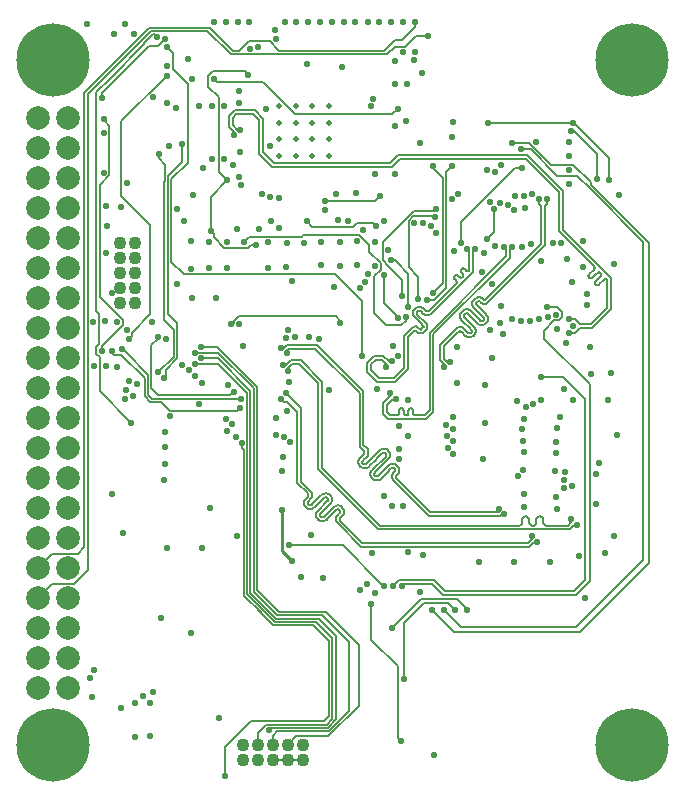
<source format=gbr>
G04 #@! TF.GenerationSoftware,KiCad,Pcbnew,5.1.5+dfsg1-2~bpo10+1*
G04 #@! TF.CreationDate,2020-02-19T22:44:21+01:00*
G04 #@! TF.ProjectId,gem-demo-board,67656d2d-6465-46d6-9f2d-626f6172642e,rev?*
G04 #@! TF.SameCoordinates,Original*
G04 #@! TF.FileFunction,Copper,L3,Inr*
G04 #@! TF.FilePolarity,Positive*
%FSLAX46Y46*%
G04 Gerber Fmt 4.6, Leading zero omitted, Abs format (unit mm)*
G04 Created by KiCad (PCBNEW 5.1.5+dfsg1-2~bpo10+1) date 2020-02-19 22:44:21*
%MOMM*%
%LPD*%
G04 APERTURE LIST*
%ADD10C,1.100000*%
%ADD11C,0.500000*%
%ADD12C,6.200000*%
%ADD13C,2.000000*%
%ADD14C,0.550000*%
%ADD15C,0.200000*%
%ADD16C,0.150000*%
%ADD17C,0.250000*%
G04 APERTURE END LIST*
D10*
X52440000Y-92240000D03*
X52440000Y-93510000D03*
X51170000Y-92240000D03*
X51170000Y-93510000D03*
X49900000Y-92240000D03*
X49900000Y-93510000D03*
X48630000Y-92240000D03*
X48630000Y-93510000D03*
X47360000Y-92240000D03*
X47360000Y-93510000D03*
D11*
X50450000Y-42350000D03*
X51850000Y-42350000D03*
X53250000Y-42350000D03*
X54650000Y-42350000D03*
X50450000Y-40950000D03*
X51850000Y-40950000D03*
X53250000Y-40950000D03*
X54650000Y-40950000D03*
X50450000Y-39550000D03*
X51850000Y-39550000D03*
X53250000Y-39550000D03*
X54650000Y-39550000D03*
X50450000Y-38150000D03*
X51850000Y-38150000D03*
X53250000Y-38150000D03*
X54650000Y-38150000D03*
D10*
X36990000Y-49740000D03*
X38260000Y-49740000D03*
X36990000Y-51010000D03*
X38260000Y-51010000D03*
X36990000Y-52280000D03*
X38260000Y-52280000D03*
X36990000Y-53550000D03*
X38260000Y-53550000D03*
X36990000Y-54820000D03*
X38260000Y-54820000D03*
D12*
X31300000Y-34250000D03*
X31300000Y-92250000D03*
X80300000Y-92250000D03*
X80300000Y-34250000D03*
D13*
X32570000Y-87380000D03*
X30030000Y-87380000D03*
X32570000Y-84840000D03*
X30030000Y-84840000D03*
X32570000Y-82300000D03*
X30030000Y-82300000D03*
X32570000Y-79760000D03*
X30030000Y-79760000D03*
X32570000Y-77220000D03*
X30030000Y-77220000D03*
X32570000Y-74680000D03*
X30030000Y-74680000D03*
X32570000Y-72140000D03*
X30030000Y-72140000D03*
X32570000Y-69600000D03*
X30030000Y-69600000D03*
X32570000Y-67060000D03*
X30030000Y-67060000D03*
X32570000Y-64520000D03*
X30030000Y-64520000D03*
X32570000Y-61980000D03*
X30030000Y-61980000D03*
X32570000Y-59440000D03*
X30030000Y-59440000D03*
X32570000Y-56900000D03*
X30030000Y-56900000D03*
X32570000Y-54360000D03*
X30030000Y-54360000D03*
X32570000Y-51820000D03*
X30030000Y-51820000D03*
X32570000Y-49280000D03*
X30030000Y-49280000D03*
X32570000Y-46740000D03*
X30030000Y-46740000D03*
X32570000Y-44200000D03*
X30030000Y-44200000D03*
X32570000Y-41660000D03*
X30030000Y-41660000D03*
X32570000Y-39120000D03*
X30030000Y-39120000D03*
D14*
X51078649Y-59048649D03*
X69508649Y-72698649D03*
X69835801Y-46504351D03*
X36270000Y-70950000D03*
X68730000Y-49960000D03*
X73970876Y-56979124D03*
X41165000Y-41550000D03*
X35615000Y-43760000D03*
X58274987Y-76000000D03*
X39540000Y-91480000D03*
X39510000Y-88630000D03*
X42770000Y-34120000D03*
X43120000Y-45680000D03*
X53110000Y-74425000D03*
X63580000Y-93040000D03*
X62520000Y-35370000D03*
X58530000Y-43900000D03*
X65290000Y-50370000D03*
X69220000Y-55080000D03*
X74560000Y-62110000D03*
X60300000Y-43850000D03*
X51800000Y-57650000D03*
X74300000Y-49750000D03*
X73900000Y-55800000D03*
X34480494Y-86588254D03*
X34820000Y-85860000D03*
X43700000Y-63375010D03*
X44039117Y-43360883D03*
X75358420Y-56784458D03*
X38200000Y-32050000D03*
X75290000Y-70287510D03*
X74800000Y-51050000D03*
X67900000Y-61750000D03*
X67900000Y-64950000D03*
X67700000Y-68050000D03*
X61400000Y-66050000D03*
X60600000Y-65250000D03*
X61400000Y-63050000D03*
X58700000Y-62050000D03*
X60500000Y-59250000D03*
X60100000Y-58450000D03*
X50200000Y-65950000D03*
X50200000Y-64550000D03*
X51100000Y-63950000D03*
X51300000Y-61450000D03*
X47400000Y-58450000D03*
X51000000Y-57750000D03*
X43900000Y-61550000D03*
X71300000Y-46750000D03*
X76550000Y-55000000D03*
X76550000Y-54000000D03*
X78550000Y-60750000D03*
X78800000Y-51500000D03*
X77300000Y-69250000D03*
X77550000Y-68350000D03*
X78800000Y-74500000D03*
X79050000Y-66000000D03*
X45800000Y-38100000D03*
X44800000Y-38100000D03*
X52300000Y-78000000D03*
X37050000Y-89050000D03*
X55300000Y-45600000D03*
X49800000Y-47850000D03*
X56300000Y-47850000D03*
X57550000Y-48600000D03*
X59300000Y-47850000D03*
X58420000Y-37490000D03*
X60300000Y-39850000D03*
X47135883Y-42014117D03*
X47050000Y-44100000D03*
X45800000Y-42600000D03*
X44800000Y-42600000D03*
X47050000Y-37850000D03*
X47050000Y-36850000D03*
X52800000Y-34600000D03*
X67370000Y-76760000D03*
X70370000Y-76760000D03*
X73370000Y-76760000D03*
X76370000Y-79760000D03*
X51048649Y-62411351D03*
X71831351Y-74521351D03*
X50571351Y-62888649D03*
X72308649Y-74998649D03*
X50761351Y-60081351D03*
X75181351Y-73121351D03*
X51238649Y-60558649D03*
X75658649Y-73598649D03*
X50601351Y-58571351D03*
X69031351Y-72221351D03*
X58270000Y-80250000D03*
X60750000Y-91910000D03*
X58995876Y-45725876D03*
X50670000Y-72350010D03*
X37058471Y-46666283D03*
X41810000Y-46850000D03*
X74700000Y-58220000D03*
X51520000Y-76670000D03*
X75260000Y-53060000D03*
X38920000Y-88060000D03*
X54300000Y-46150000D03*
X59889124Y-51160876D03*
X46875000Y-48550000D03*
X61400000Y-55150000D03*
X79200000Y-45650000D03*
X54700000Y-62150000D03*
X62370000Y-79310000D03*
X59970000Y-82360000D03*
X66370000Y-80760000D03*
X44600000Y-72160000D03*
X73137500Y-46000000D03*
X64888649Y-59761351D03*
X66382500Y-50220000D03*
X59501351Y-60208649D03*
X67057500Y-50220000D03*
X59978649Y-59731351D03*
X69482500Y-50080000D03*
X60328649Y-62908649D03*
X70157500Y-50080000D03*
X59851351Y-62431351D03*
X72462500Y-46000000D03*
X64411351Y-60238649D03*
X77245010Y-71809999D03*
X74997079Y-57354610D03*
X46654986Y-40594838D03*
X75000000Y-56150000D03*
X47139654Y-40125010D03*
X62390000Y-41270000D03*
X76800000Y-58500000D03*
X76816211Y-60834772D03*
X74600000Y-70487500D03*
X51338649Y-66588649D03*
X74600000Y-69812500D03*
X50861351Y-66111351D03*
X42420000Y-47875000D03*
X45920000Y-31040000D03*
X71790000Y-49840000D03*
X44550000Y-49600000D03*
X44550000Y-51840000D03*
X73600000Y-49750000D03*
X45090000Y-54365000D03*
X46930000Y-31040000D03*
X46040000Y-49650000D03*
X46040000Y-51800000D03*
X72660000Y-51280000D03*
X71000000Y-50050000D03*
X65845261Y-49696491D03*
X70980000Y-43410000D03*
X46800000Y-66150000D03*
X41200871Y-64399386D03*
X72200000Y-41150000D03*
X70428868Y-45717220D03*
X38100000Y-62647018D03*
X57294393Y-53569252D03*
X46030000Y-65610000D03*
X38380000Y-61630000D03*
X57719475Y-53044912D03*
X71160000Y-45780000D03*
X46500000Y-65035010D03*
X71880000Y-45605010D03*
X57970000Y-52370000D03*
X45940000Y-64600000D03*
X37705000Y-61380000D03*
X47910000Y-31040000D03*
X61222746Y-55994857D03*
X47090000Y-56590000D03*
X47480000Y-49620000D03*
X67616541Y-52166541D03*
X44930000Y-31040000D03*
X42980000Y-49580000D03*
X42990000Y-51900000D03*
X67810000Y-50575000D03*
X55950000Y-31040000D03*
X53840000Y-57860000D03*
X54020000Y-51590000D03*
X54010000Y-49600000D03*
X69400000Y-57450000D03*
X53920000Y-31040000D03*
X51207227Y-57107594D03*
X51530000Y-52930000D03*
X52570000Y-49680000D03*
X69190000Y-56499999D03*
X51888000Y-31040000D03*
X49550000Y-51830000D03*
X49490000Y-49670000D03*
X57900000Y-78600000D03*
X55100000Y-53450000D03*
X40750000Y-65710000D03*
X40790000Y-67000000D03*
X48480000Y-49860000D03*
X59300000Y-52430000D03*
X47825000Y-35475000D03*
X59700000Y-50300000D03*
X60550000Y-56050000D03*
X46050000Y-44400000D03*
X44650000Y-48675000D03*
X46900000Y-74550000D03*
X40750000Y-68410000D03*
X56890000Y-31040000D03*
X57040000Y-51600000D03*
X57080000Y-49590000D03*
X57280000Y-79110000D03*
X54930000Y-31040000D03*
X73210000Y-55970000D03*
X55640000Y-56525000D03*
X46390000Y-56590000D03*
X55590000Y-51630000D03*
X55600000Y-49600000D03*
X52900000Y-31040000D03*
X52990000Y-57650000D03*
X51070000Y-51790000D03*
X51080000Y-49690000D03*
X68340000Y-57070000D03*
X43700000Y-38150000D03*
X49000000Y-45550000D03*
X49703749Y-45851874D03*
X43050000Y-35850000D03*
X39800000Y-37350000D03*
X37535000Y-44680000D03*
X50474990Y-45950000D03*
X35770000Y-50610000D03*
X43020000Y-82710000D03*
X50700000Y-69050000D03*
X50800000Y-67850000D03*
X75300000Y-63000000D03*
X78300000Y-63000000D03*
X78050000Y-76000000D03*
X45400000Y-89920000D03*
X75820000Y-76260000D03*
X38280000Y-91550000D03*
X38270000Y-88630000D03*
X39790000Y-87700000D03*
X40420000Y-81460000D03*
X34625000Y-88175000D03*
X51280000Y-75300000D03*
X59294989Y-78760000D03*
X74250021Y-64490000D03*
X72450000Y-56130000D03*
X73975010Y-65410000D03*
X71720000Y-56310000D03*
X73900000Y-66560000D03*
X70900000Y-56310000D03*
X73900000Y-67520000D03*
X70130000Y-56130000D03*
X40975020Y-75510000D03*
X68510000Y-53170000D03*
X73100000Y-55150000D03*
X60820000Y-78759996D03*
X43920000Y-75560000D03*
X68436316Y-59493684D03*
X72610000Y-61050000D03*
X60070000Y-78759994D03*
X70560000Y-63060000D03*
X74020000Y-72280000D03*
X71324748Y-63604339D03*
X73880000Y-71220000D03*
X71950000Y-63350000D03*
X74660000Y-69110000D03*
X72600000Y-63020000D03*
X73840000Y-68990000D03*
X43800000Y-59500000D03*
X49570000Y-90980000D03*
X43300000Y-60000000D03*
X43300000Y-59000000D03*
X43800000Y-58500000D03*
X60940000Y-31040000D03*
X63020000Y-32160000D03*
X61950000Y-31040000D03*
X36260000Y-58884659D03*
X35710000Y-56360000D03*
X47150000Y-63650000D03*
X37181843Y-58714583D03*
X36729124Y-56440876D03*
X47200000Y-62900000D03*
X40158916Y-57648667D03*
X34710000Y-56390000D03*
X46600000Y-62300000D03*
X47274980Y-66675000D03*
X42210000Y-60080000D03*
X45870000Y-94810000D03*
X46130000Y-61730000D03*
X43300000Y-61000000D03*
X42790000Y-60490000D03*
X40960000Y-33130000D03*
X57490000Y-59270000D03*
X34170000Y-31210000D03*
X36730000Y-60220000D03*
X59339444Y-71125000D03*
X35820330Y-60109670D03*
X60900000Y-72000000D03*
X34780000Y-60170000D03*
X60050000Y-72000000D03*
X65500000Y-58550000D03*
X71154767Y-64655233D03*
X71050000Y-65480000D03*
X71120000Y-66510000D03*
X71200000Y-67430000D03*
X41775000Y-53220000D03*
X61400000Y-75922500D03*
X62630000Y-76110000D03*
X65500000Y-61550000D03*
X71090000Y-68920000D03*
X70677779Y-69487500D03*
X71210000Y-70960000D03*
X71160000Y-72050000D03*
X65200000Y-64450000D03*
X64559637Y-65150000D03*
X39663251Y-56450000D03*
X36270000Y-53970000D03*
X65200000Y-65450000D03*
X64639844Y-66100001D03*
X65162623Y-66527000D03*
X60600000Y-67150000D03*
X64722702Y-67072702D03*
X43040000Y-54380000D03*
X40850000Y-57830000D03*
X60600000Y-68050000D03*
X65200000Y-67550000D03*
X48670000Y-33130000D03*
X58640000Y-48270000D03*
X52800000Y-47850000D03*
X61200000Y-39350000D03*
X60300000Y-34350000D03*
X55800000Y-34850000D03*
X49670000Y-41500000D03*
X46550000Y-43100000D03*
X47960000Y-33280000D03*
X50175426Y-32482515D03*
X40829710Y-32467692D03*
X35430000Y-37460000D03*
X60500000Y-38350000D03*
X44900000Y-35850000D03*
X50910000Y-31040000D03*
X49360000Y-38390000D03*
X47200000Y-44850000D03*
X58200000Y-38150000D03*
X55400000Y-47750000D03*
X57000000Y-45450000D03*
X57950000Y-31040000D03*
X37199999Y-74260000D03*
X58570000Y-51650000D03*
X58570000Y-49630000D03*
X58540000Y-79390000D03*
X54200000Y-78050000D03*
X40070000Y-32249999D03*
X37910000Y-64920000D03*
X37390000Y-31200000D03*
X40970000Y-34700000D03*
X36460000Y-32040000D03*
X37400000Y-62890000D03*
X40230047Y-60679952D03*
X40250001Y-42160000D03*
X35615000Y-40435000D03*
X37598248Y-57050000D03*
X35915200Y-48255200D03*
X40970000Y-37870000D03*
X37706633Y-57868702D03*
X40920000Y-35540000D03*
X35780000Y-46550000D03*
X41750000Y-38275000D03*
X35615000Y-39260000D03*
X35420000Y-58870000D03*
X37484989Y-62174989D03*
X40717558Y-61146814D03*
X42240000Y-41360000D03*
X78350000Y-44350000D03*
X68120000Y-39560000D03*
X75320656Y-39557156D03*
X77350000Y-44300000D03*
X75170000Y-40210000D03*
X68070000Y-43510000D03*
X76178459Y-49591541D03*
X76210000Y-51720000D03*
X70170000Y-41290000D03*
X63370000Y-80809998D03*
X69272500Y-43107500D03*
X70890000Y-41787500D03*
X64370000Y-80760000D03*
X68709454Y-43710000D03*
X61020000Y-86650000D03*
X65370000Y-80810000D03*
X68675000Y-46869124D03*
X63760000Y-46810000D03*
X68043524Y-49397625D03*
X60840000Y-54199999D03*
X63620000Y-47490000D03*
X62240000Y-54480000D03*
X68292341Y-46232341D03*
X62970000Y-54580000D03*
X65120002Y-43210000D03*
X65125001Y-40760000D03*
X63490000Y-53930000D03*
X63440000Y-43200000D03*
X65170000Y-39509994D03*
X63772124Y-48866124D03*
X75000000Y-41150000D03*
X63300000Y-48250000D03*
X75000000Y-42325000D03*
X62659637Y-48036546D03*
X75000000Y-43550000D03*
X61900000Y-48050000D03*
X75000000Y-44750000D03*
X58910000Y-31040000D03*
X50474990Y-48475000D03*
X61320000Y-36260000D03*
X61970000Y-33510000D03*
X59900000Y-31040000D03*
X61860000Y-34250000D03*
X60275000Y-36270000D03*
X48775000Y-48575000D03*
X60970000Y-33590000D03*
X65116356Y-46017947D03*
X70370000Y-46930000D03*
X69150000Y-46340000D03*
X65630000Y-45580000D03*
X50090000Y-31710000D03*
X54360000Y-46950000D03*
X40730000Y-69820000D03*
D15*
X69261161Y-72698649D02*
X69508649Y-72698649D01*
X69137310Y-72822500D02*
X69261161Y-72698649D01*
X63132690Y-72822500D02*
X69137310Y-72822500D01*
X59993396Y-69550196D02*
X60014876Y-69644309D01*
X60288535Y-68954942D02*
X60288536Y-68984622D01*
X60281931Y-68926008D02*
X60288535Y-68954942D01*
X60250551Y-68876067D02*
X60269054Y-68899269D01*
X60131936Y-68762152D02*
X60155140Y-68780656D01*
X60105197Y-68749275D02*
X60131936Y-68762152D01*
X60046585Y-68742671D02*
X60076263Y-68742671D01*
X59852802Y-68895561D02*
X59967708Y-68780656D01*
X58977467Y-69753361D02*
X59064070Y-69684297D01*
X60281932Y-69013556D02*
X60269055Y-69040295D01*
X58550912Y-69801422D02*
X58658905Y-69826071D01*
X58321608Y-69641396D02*
X58364509Y-69684297D01*
X58252544Y-69554793D02*
X58321608Y-69641396D01*
X58179834Y-69347001D02*
X58204483Y-69454993D01*
X58179834Y-69236231D02*
X58179834Y-69347001D01*
X58204483Y-69128239D02*
X58179834Y-69236231D01*
X58252544Y-69028439D02*
X58204483Y-69128239D01*
X58321608Y-68941836D02*
X58252544Y-69028439D01*
X59488308Y-67768043D02*
X59460385Y-67803058D01*
X59517707Y-67684031D02*
X59507740Y-67727693D01*
X59064070Y-69684297D02*
X59085521Y-69662847D01*
X59488309Y-67555231D02*
X59507740Y-67595581D01*
X58769674Y-69826071D02*
X58877667Y-69801422D01*
X59385020Y-67472861D02*
X59425370Y-67492293D01*
X58658905Y-69826071D02*
X58769674Y-69826071D01*
X59341358Y-67462896D02*
X59385020Y-67472861D01*
X59296572Y-67462896D02*
X59341358Y-67462896D01*
X59252908Y-67472861D02*
X59296572Y-67462896D01*
X59212558Y-67492294D02*
X59252908Y-67472861D01*
X59177543Y-67520217D02*
X59212558Y-67492294D01*
X58733784Y-67963975D02*
X59177543Y-67520217D01*
X58618883Y-68078882D02*
X58618880Y-68078880D01*
X58060220Y-68637546D02*
X58618883Y-68078882D01*
X57852366Y-68776121D02*
X57952166Y-68728060D01*
X57296307Y-68616095D02*
X57339208Y-68658996D01*
X57227243Y-68529491D02*
X57296307Y-68616095D01*
X57154533Y-68321699D02*
X57179182Y-68429692D01*
X57179182Y-68102937D02*
X57154533Y-68210930D01*
X57620095Y-67592747D02*
X57296307Y-67916534D01*
X60014876Y-69644309D02*
X60056761Y-69731284D01*
X57648018Y-67557732D02*
X57620095Y-67592747D01*
X59085521Y-69662847D02*
X59644182Y-69104182D01*
X59507740Y-67595581D02*
X59517707Y-67639245D01*
X57667450Y-67517382D02*
X57648018Y-67557732D01*
X57677416Y-67473719D02*
X57667450Y-67517382D01*
X59990912Y-68762152D02*
X60017651Y-68749275D01*
X57667450Y-67385270D02*
X57677416Y-67428933D01*
X60155140Y-68780656D02*
X60250551Y-68876067D01*
X57227243Y-68003138D02*
X57179182Y-68102937D01*
X59460385Y-67803058D02*
X58321608Y-68941836D01*
X58364509Y-69684297D02*
X58451113Y-69753361D01*
X60056761Y-69272570D02*
X60014876Y-69359545D01*
X60135644Y-69825453D02*
X63132690Y-72822500D01*
X57620095Y-67309904D02*
X57648018Y-67344919D01*
X57525611Y-68776121D02*
X57633604Y-68800770D01*
X60269054Y-68899269D02*
X60281931Y-68926008D01*
X60288536Y-68984622D02*
X60281932Y-69013556D01*
X58451113Y-69753361D02*
X58550912Y-69801422D01*
X58204483Y-69454993D02*
X58252544Y-69554793D01*
X60056761Y-69731284D02*
X60116951Y-69806759D01*
X60116951Y-69197097D02*
X60056761Y-69272570D01*
X57425812Y-68728060D02*
X57525611Y-68776121D01*
X60250550Y-69063497D02*
X60116951Y-69197097D01*
X57339208Y-68658996D02*
X57425812Y-68728060D01*
X60017651Y-68749275D02*
X60046585Y-68742671D01*
X60076263Y-68742671D02*
X60105197Y-68749275D01*
X51078649Y-58801161D02*
X51217310Y-58662500D01*
X51078649Y-59048649D02*
X51078649Y-58801161D01*
X58877667Y-69801422D02*
X58977467Y-69753361D01*
X59425370Y-67492293D02*
X59460385Y-67520216D01*
X59967708Y-68780656D02*
X59990912Y-68762152D01*
X60014876Y-69359545D02*
X59993395Y-69453660D01*
X57633604Y-68800770D02*
X57744373Y-68800770D01*
X57952166Y-68728060D02*
X58038769Y-68658996D01*
X59507740Y-67727693D02*
X59488308Y-67768043D01*
X57677416Y-67428933D02*
X57677416Y-67473719D01*
X57296307Y-67916534D02*
X57227243Y-68003138D01*
X57154533Y-68210930D02*
X57154533Y-68321699D01*
X59460385Y-67520216D02*
X59488309Y-67555231D01*
X58618880Y-68078880D02*
X58733784Y-67963975D01*
X60269055Y-69040295D02*
X60250550Y-69063497D01*
X59993395Y-69453660D02*
X59993396Y-69550196D01*
X57744373Y-68800770D02*
X57852366Y-68776121D01*
X60116951Y-69806759D02*
X60135644Y-69825453D01*
X57648018Y-67344919D02*
X57667450Y-67385270D01*
X59644182Y-69104182D02*
X59852802Y-68895561D01*
X59517707Y-67639245D02*
X59517707Y-67684031D01*
X57179182Y-68429692D02*
X57227243Y-68529491D01*
X51217310Y-58662500D02*
X53522690Y-58662500D01*
X58038769Y-68658996D02*
X58060220Y-68637546D01*
X53522690Y-58662500D02*
X57267500Y-62407310D01*
X57267500Y-62407310D02*
X57267500Y-66957310D01*
X57267500Y-66957310D02*
X57620095Y-67309904D01*
D16*
X52440000Y-93510000D02*
X49900000Y-93510000D01*
D15*
X71502701Y-75097489D02*
X71831351Y-74768839D01*
X55600805Y-73050873D02*
X55590838Y-73094535D01*
X55949087Y-72521959D02*
X55924438Y-72629952D01*
X55620236Y-73010521D02*
X55600805Y-73050873D01*
X55949086Y-72411189D02*
X55949087Y-72521959D01*
X55807312Y-72116793D02*
X55876376Y-72203397D01*
X55764412Y-72073894D02*
X55807312Y-72116793D01*
X55677808Y-72004829D02*
X55764412Y-72073894D01*
X55578009Y-71956769D02*
X55677808Y-72004829D01*
X55151456Y-72004831D02*
X55251255Y-71956769D01*
X54255345Y-72883402D02*
X55064852Y-72073894D01*
X54220330Y-72911325D02*
X54255345Y-72883402D01*
X55620237Y-73223335D02*
X55648160Y-73258349D01*
X54179980Y-72930757D02*
X54220330Y-72911325D01*
X54136317Y-72940723D02*
X54179980Y-72930757D01*
X54091531Y-72940723D02*
X54136317Y-72940723D01*
X55359248Y-71932121D02*
X55470016Y-71932119D01*
X54047868Y-72930757D02*
X54091531Y-72940723D01*
X71831351Y-74768839D02*
X71831351Y-74521351D01*
X55590838Y-73094535D02*
X55590838Y-73139321D01*
X54007517Y-72911325D02*
X54047868Y-72930757D01*
X52982216Y-71886024D02*
X53022567Y-71905456D01*
X52889880Y-71694287D02*
X52889880Y-71739073D01*
X55876376Y-72203397D02*
X55924437Y-72303196D01*
X55251255Y-71956769D02*
X55359248Y-71932121D01*
X53175419Y-71329503D02*
X53106355Y-71416106D01*
X54739110Y-71048592D02*
X54782010Y-71091491D01*
X52947202Y-71858101D02*
X52982216Y-71886024D01*
X52889880Y-71739073D02*
X52899846Y-71782736D01*
X53106355Y-71416106D02*
X52947202Y-71575258D01*
X53022567Y-71905456D02*
X53066230Y-71915422D01*
X55876376Y-72729751D02*
X55807313Y-72816355D01*
X51048649Y-62411351D02*
X52312511Y-63675213D01*
X54333946Y-70906819D02*
X54444714Y-70906817D01*
X55648161Y-72975507D02*
X55620236Y-73010521D01*
X55924437Y-72303196D02*
X55949086Y-72411189D01*
X53915182Y-72764374D02*
X53925148Y-72808037D01*
X52899846Y-71650624D02*
X52889880Y-71694287D01*
X54652506Y-70979527D02*
X54739110Y-71048592D01*
X53066230Y-71915422D02*
X53111016Y-71915422D01*
X52899846Y-71782736D02*
X52919278Y-71823086D01*
X53248129Y-71121710D02*
X53223480Y-71229703D01*
X55600805Y-73182985D02*
X55620237Y-73223335D01*
X55807313Y-72816355D02*
X55785862Y-72837805D01*
X54444714Y-70906817D02*
X54552707Y-70931467D01*
X53175419Y-70803149D02*
X53223480Y-70902949D01*
X55785862Y-72837805D02*
X55648161Y-72975507D01*
X52312511Y-69922701D02*
X53106355Y-70716546D01*
X53915182Y-72719588D02*
X53915182Y-72764374D01*
X52919278Y-71610273D02*
X52899846Y-71650624D01*
X55064852Y-72073894D02*
X55151456Y-72004831D01*
X53223480Y-71229703D02*
X53175419Y-71329503D01*
X54552707Y-70931467D02*
X54652506Y-70979527D01*
X53248129Y-71010941D02*
X53248129Y-71121710D01*
X55924438Y-72629952D02*
X55876376Y-72729751D01*
X52919278Y-71823086D02*
X52947202Y-71858101D01*
X53925148Y-72808037D02*
X53944580Y-72848387D01*
X52312511Y-63675213D02*
X52312511Y-69922701D01*
X54039550Y-71048592D02*
X54126154Y-70979529D01*
X53944580Y-72848387D02*
X53972503Y-72883402D01*
X54126154Y-70979529D02*
X54225953Y-70931467D01*
X53972503Y-72883402D02*
X54007517Y-72911325D01*
X54225953Y-70931467D02*
X54333946Y-70906819D01*
X57487299Y-75097489D02*
X71502701Y-75097489D01*
X54782010Y-71091491D02*
X54851074Y-71178095D01*
X54851074Y-71178095D02*
X54899135Y-71277894D01*
X53106355Y-70716546D02*
X53175419Y-70803149D01*
X54899135Y-71277894D02*
X54923784Y-71385887D01*
X54923784Y-71385887D02*
X54923785Y-71496657D01*
X55470016Y-71932119D02*
X55578009Y-71956769D01*
X53111016Y-71915422D02*
X53154679Y-71905456D01*
X54899136Y-71604650D02*
X54851074Y-71704449D01*
X53154679Y-71905456D02*
X53195029Y-71886024D01*
X54851074Y-71704449D02*
X54782011Y-71791053D01*
X53223480Y-70902949D02*
X53248129Y-71010941D01*
X53195029Y-71886024D02*
X53230044Y-71858101D01*
X54782011Y-71791053D02*
X54760560Y-71812503D01*
X55648160Y-73258349D02*
X57487299Y-75097489D01*
X53230044Y-71858101D02*
X54039550Y-71048592D01*
X54760560Y-71812503D02*
X53972503Y-72600560D01*
X55590838Y-73139321D02*
X55600805Y-73182985D01*
X54923785Y-71496657D02*
X54899136Y-71604650D01*
X53972503Y-72600560D02*
X53944580Y-72635574D01*
X53944580Y-72635574D02*
X53925148Y-72675925D01*
X52947202Y-71575258D02*
X52919278Y-71610273D01*
X53925148Y-72675925D02*
X53915182Y-72719588D01*
X71637310Y-75422500D02*
X72061161Y-74998649D01*
X72061161Y-74998649D02*
X72308649Y-74998649D01*
X52912416Y-71088719D02*
X52902450Y-71132382D01*
X51987500Y-70057310D02*
X52855095Y-70924904D01*
X54530750Y-71582693D02*
X53721243Y-72392201D01*
X54455385Y-71252496D02*
X54495735Y-71271928D01*
X54411723Y-71242531D02*
X54455385Y-71252496D01*
X54366937Y-71242531D02*
X54411723Y-71242531D01*
X54323273Y-71252496D02*
X54366937Y-71242531D01*
X52554168Y-71661295D02*
X52554168Y-71772064D01*
X54247908Y-71299851D02*
X54282923Y-71271929D01*
X55521037Y-72297230D02*
X55556052Y-72325153D01*
X52578817Y-71553302D02*
X52554168Y-71661295D01*
X53853880Y-71693880D02*
X54247908Y-71299851D01*
X52912416Y-71043933D02*
X52912416Y-71088719D01*
X55556052Y-72325153D02*
X55583976Y-72360168D01*
X54282923Y-71271929D02*
X54323273Y-71252496D01*
X54495735Y-71271928D02*
X54530750Y-71299851D01*
X54530750Y-71299851D02*
X54558674Y-71334866D01*
X53604118Y-72905358D02*
X53652179Y-73005158D01*
X52902450Y-71000270D02*
X52912416Y-71043933D01*
X55327836Y-73380106D02*
X55396899Y-73466708D01*
X52902450Y-71132382D02*
X52883018Y-71172732D01*
X53351801Y-72178425D02*
X53438404Y-72109361D01*
X52825447Y-72178425D02*
X52925246Y-72226486D01*
X53721243Y-72392201D02*
X53652179Y-72478804D01*
X55437025Y-72267833D02*
X55480687Y-72277798D01*
X52855095Y-70924904D02*
X52883018Y-70959919D01*
X55255125Y-73172312D02*
X55279774Y-73280305D01*
X55255126Y-73061544D02*
X55255125Y-73172312D01*
X55327836Y-72853752D02*
X55279775Y-72953551D01*
X50571351Y-62888649D02*
X50846350Y-63163648D01*
X52883018Y-70959919D02*
X52902450Y-71000270D01*
X55279774Y-73280305D02*
X55327836Y-73380106D01*
X53652179Y-73005158D02*
X53721243Y-73091761D01*
X53721243Y-73091761D02*
X53764143Y-73134662D01*
X54169308Y-73276436D02*
X54277301Y-73251787D01*
X54588072Y-71463666D02*
X54578105Y-71507328D01*
X51987500Y-64057310D02*
X51987500Y-70057310D01*
X54588072Y-71418880D02*
X54588072Y-71463666D01*
X50846350Y-63163648D02*
X51093838Y-63163648D01*
X53652179Y-72478804D02*
X53604118Y-72578604D01*
X52883018Y-71172732D02*
X52855095Y-71207747D01*
X52695942Y-72066460D02*
X52738843Y-72109361D01*
X52855095Y-71207747D02*
X52695942Y-71366899D01*
X52695942Y-71366899D02*
X52626878Y-71453503D01*
X53459855Y-72087911D02*
X53853883Y-71693882D01*
X52626878Y-71453503D02*
X52578817Y-71553302D01*
X53853883Y-71693882D02*
X53853880Y-71693880D01*
X52554168Y-71772064D02*
X52578817Y-71880057D01*
X55396899Y-73466708D02*
X57352690Y-75422500D01*
X52578817Y-71880057D02*
X52626878Y-71979857D01*
X52626878Y-71979857D02*
X52695942Y-72066460D01*
X52925246Y-72226486D02*
X53033239Y-72251135D01*
X52738843Y-72109361D02*
X52825447Y-72178425D01*
X53033239Y-72251135D02*
X53144008Y-72251135D01*
X53144008Y-72251135D02*
X53252001Y-72226486D01*
X53252001Y-72226486D02*
X53351801Y-72178425D01*
X55603407Y-72532630D02*
X55583975Y-72572980D01*
X53438404Y-72109361D02*
X53459855Y-72087911D01*
X55392239Y-72267833D02*
X55437025Y-72267833D01*
X54558674Y-71334866D02*
X54578105Y-71375216D01*
X54578105Y-71375216D02*
X54588072Y-71418880D01*
X54578105Y-71507328D02*
X54558673Y-71547678D01*
X53604118Y-72578604D02*
X53579469Y-72686596D01*
X53579469Y-72686596D02*
X53579469Y-72797366D01*
X53579469Y-72797366D02*
X53604118Y-72905358D01*
X53850747Y-73203726D02*
X53950546Y-73251787D01*
X55583976Y-72360168D02*
X55603407Y-72400518D01*
X53950546Y-73251787D02*
X54058539Y-73276436D01*
X54058539Y-73276436D02*
X54169308Y-73276436D01*
X54277301Y-73251787D02*
X54377101Y-73203726D01*
X54377101Y-73203726D02*
X54463704Y-73134662D01*
X54463704Y-73134662D02*
X54485155Y-73113212D01*
X54485155Y-73113212D02*
X55273210Y-72325153D01*
X51093838Y-63163648D02*
X51987500Y-64057310D01*
X55273210Y-72325153D02*
X55308225Y-72297231D01*
X55348575Y-72277798D02*
X55392239Y-72267833D01*
X55480687Y-72277798D02*
X55521037Y-72297230D01*
X55308225Y-72297231D02*
X55348575Y-72277798D01*
X55603407Y-72400518D02*
X55613374Y-72444182D01*
X55613374Y-72444182D02*
X55613374Y-72488968D01*
X55613374Y-72488968D02*
X55603407Y-72532630D01*
X55583975Y-72572980D02*
X55556052Y-72607995D01*
X55556052Y-72607995D02*
X55396900Y-72767148D01*
X55396900Y-72767148D02*
X55327836Y-72853752D01*
X55279775Y-72953551D02*
X55255126Y-73061544D01*
X53764143Y-73134662D02*
X53850747Y-73203726D01*
X54558673Y-71547678D02*
X54530750Y-71582693D01*
X57352690Y-75422500D02*
X71637310Y-75422500D01*
X52267310Y-59667500D02*
X51422690Y-59667500D01*
X54072500Y-61472690D02*
X52267310Y-59667500D01*
X54072500Y-68732690D02*
X54072500Y-61472690D01*
X70962049Y-73534546D02*
X70914546Y-73582049D01*
X70997790Y-73477665D02*
X70962049Y-73534546D01*
X71027500Y-73347500D02*
X71019978Y-73414256D01*
X71027500Y-73167949D02*
X71027500Y-73347500D01*
X71035021Y-73101192D02*
X71027500Y-73167949D01*
X71057209Y-73037783D02*
X71035021Y-73101192D01*
X51422690Y-59667500D02*
X51008839Y-60081351D01*
X71092950Y-72980902D02*
X71057209Y-73037783D01*
X71327500Y-72867949D02*
X71260743Y-72875470D01*
X71394256Y-72875470D02*
X71327500Y-72867949D01*
X71019978Y-73414256D02*
X70997790Y-73477665D01*
X72292950Y-72980902D02*
X72257209Y-73037783D01*
X72340453Y-72933399D02*
X72292950Y-72980902D01*
X58987310Y-73647500D02*
X54072500Y-68732690D01*
X71260743Y-72875470D02*
X71197334Y-72897658D01*
X72594256Y-72875470D02*
X72527500Y-72867949D01*
X72827500Y-73167949D02*
X72819978Y-73101192D01*
X72657665Y-72897658D02*
X72594256Y-72875470D01*
X70857665Y-73617790D02*
X70794256Y-73639978D01*
X71740453Y-73582049D02*
X71692950Y-73534546D01*
X71457665Y-72897658D02*
X71394256Y-72875470D01*
X72397334Y-72897658D02*
X72340453Y-72933399D01*
X70914546Y-73582049D02*
X70857665Y-73617790D01*
X71797334Y-73617790D02*
X71740453Y-73582049D01*
X71514546Y-72933399D02*
X71457665Y-72897658D01*
X73060743Y-73639978D02*
X72997334Y-73617790D01*
X72235021Y-73101192D02*
X72227500Y-73167949D01*
X72827500Y-73347500D02*
X72827500Y-73167949D01*
X73127500Y-73647500D02*
X73060743Y-73639978D01*
X72857209Y-73477665D02*
X72835021Y-73414256D01*
X75181351Y-73121351D02*
X75181351Y-73368839D01*
X72819978Y-73101192D02*
X72797790Y-73037783D01*
X72057665Y-73617790D02*
X71994256Y-73639978D01*
X71635021Y-73414256D02*
X71627500Y-73347500D01*
X74902690Y-73647500D02*
X73127500Y-73647500D01*
X75181351Y-73368839D02*
X74902690Y-73647500D01*
X71927500Y-73647500D02*
X71860743Y-73639978D01*
X72527500Y-72867949D02*
X72460743Y-72875470D01*
X72997334Y-73617790D02*
X72940453Y-73582049D01*
X72460743Y-72875470D02*
X72397334Y-72897658D01*
X72940453Y-73582049D02*
X72892950Y-73534546D01*
X51008839Y-60081351D02*
X50761351Y-60081351D01*
X70727500Y-73647500D02*
X58987310Y-73647500D01*
X72227500Y-73347500D02*
X72219978Y-73414256D01*
X72835021Y-73414256D02*
X72827500Y-73347500D01*
X71994256Y-73639978D02*
X71927500Y-73647500D01*
X71197334Y-72897658D02*
X71140453Y-72933399D01*
X72257209Y-73037783D02*
X72235021Y-73101192D01*
X71627500Y-73347500D02*
X71627500Y-73167949D01*
X72892950Y-73534546D02*
X72857209Y-73477665D01*
X72227500Y-73167949D02*
X72227500Y-73347500D01*
X72219978Y-73414256D02*
X72197790Y-73477665D01*
X70794256Y-73639978D02*
X70727500Y-73647500D01*
X71692950Y-73534546D02*
X71657209Y-73477665D01*
X72797790Y-73037783D02*
X72762049Y-72980902D01*
X72197790Y-73477665D02*
X72162049Y-73534546D01*
X71140453Y-72933399D02*
X71092950Y-72980902D01*
X72762049Y-72980902D02*
X72714546Y-72933399D01*
X72162049Y-73534546D02*
X72114546Y-73582049D01*
X71619978Y-73101192D02*
X71597790Y-73037783D01*
X71860743Y-73639978D02*
X71797334Y-73617790D01*
X71657209Y-73477665D02*
X71635021Y-73414256D01*
X71627500Y-73167949D02*
X71619978Y-73101192D01*
X71597790Y-73037783D02*
X71562049Y-72980902D01*
X72714546Y-72933399D02*
X72657665Y-72897658D01*
X72114546Y-73582049D02*
X72057665Y-73617790D01*
X71562049Y-72980902D02*
X71514546Y-72933399D01*
X58852690Y-73972500D02*
X75037310Y-73972500D01*
X53747500Y-68867310D02*
X58852690Y-73972500D01*
X52132690Y-59992500D02*
X53747500Y-61607310D01*
X75411161Y-73598649D02*
X75658649Y-73598649D01*
X75037310Y-73972500D02*
X75411161Y-73598649D01*
X51557310Y-59992500D02*
X52132690Y-59992500D01*
X51238649Y-60558649D02*
X51238649Y-60311161D01*
X53747500Y-61607310D02*
X53747500Y-68867310D01*
X51238649Y-60311161D02*
X51557310Y-59992500D01*
X59828771Y-67498261D02*
X59853420Y-67606254D01*
X59668745Y-67268957D02*
X59711646Y-67311858D01*
X59780710Y-67398462D02*
X59828771Y-67498261D01*
X59853420Y-67606254D02*
X59853419Y-67717022D01*
X58969185Y-67268957D02*
X59055789Y-67199894D01*
X60365455Y-69595645D02*
X63267310Y-72497500D01*
X59482342Y-67151832D02*
X59582141Y-67199892D01*
X59711646Y-67311858D02*
X59780710Y-67398462D01*
X50601351Y-58571351D02*
X50848839Y-58571351D01*
X57795394Y-68435659D02*
X57830409Y-68407736D01*
X57711381Y-68465057D02*
X57755044Y-68455091D01*
X59711645Y-68011418D02*
X59690196Y-68032870D01*
X59582141Y-67199892D02*
X59668745Y-67268957D01*
X59780710Y-67924816D02*
X59711645Y-68011418D01*
X57622932Y-68455091D02*
X57666595Y-68465057D01*
X58855710Y-69433037D02*
X59756594Y-68532153D01*
X59155588Y-67151832D02*
X59263581Y-67127184D01*
X69031351Y-72468839D02*
X69031351Y-72221351D01*
X57988480Y-67287949D02*
X58013129Y-67395941D01*
X58607882Y-69460960D02*
X58648233Y-69480392D01*
X60622610Y-68921516D02*
X60622609Y-69018050D01*
X58013129Y-67395941D02*
X58013129Y-67506710D01*
X59690196Y-68032870D02*
X59016627Y-68706436D01*
X58544945Y-69398022D02*
X58572868Y-69433037D01*
X69002690Y-72497500D02*
X69031351Y-72468839D01*
X57871355Y-67101546D02*
X57940419Y-67188149D01*
X60327469Y-69516768D02*
X60334073Y-69545702D01*
X57666595Y-68465057D02*
X57711381Y-68465057D01*
X57582581Y-68435659D02*
X57622932Y-68455091D01*
X57988480Y-67614703D02*
X57940419Y-67714503D01*
X51082690Y-58337500D02*
X53657310Y-58337500D01*
X59756594Y-68532153D02*
X59832068Y-68471965D01*
X57755044Y-68455091D02*
X57795394Y-68435659D01*
X60480361Y-69293309D02*
X60365454Y-69408213D01*
X60334073Y-69545702D02*
X60346950Y-69572441D01*
X57500211Y-68200259D02*
X57490245Y-68243922D01*
X63267310Y-72497500D02*
X69002690Y-72497500D01*
X57592500Y-62272690D02*
X57592500Y-66822690D01*
X57940419Y-67714503D02*
X57871355Y-67801106D01*
X57519643Y-68159908D02*
X57500211Y-68200259D01*
X57547567Y-68124893D02*
X57519643Y-68159908D01*
X60346951Y-69431417D02*
X60334073Y-69458156D01*
X57940419Y-67188149D02*
X57988480Y-67287949D01*
X60559244Y-68740426D02*
X60601129Y-68827401D01*
X57490245Y-68243922D02*
X57490245Y-68288708D01*
X57830409Y-68407736D02*
X58969185Y-67268957D01*
X57519643Y-68372721D02*
X57547567Y-68407736D01*
X57871355Y-67801106D02*
X57547567Y-68124893D01*
X60601129Y-68827401D02*
X60622610Y-68921516D01*
X57500211Y-68332371D02*
X57519643Y-68372721D01*
X57547567Y-68407736D02*
X57582581Y-68435659D01*
X58572868Y-69150194D02*
X58544945Y-69185209D01*
X59828770Y-67825015D02*
X59780710Y-67924816D01*
X58525513Y-69357672D02*
X58544945Y-69398022D01*
X59832068Y-68471965D02*
X59919043Y-68430080D01*
X58544945Y-69185209D02*
X58525513Y-69225560D01*
X50848839Y-58571351D02*
X51082690Y-58337500D01*
X60622609Y-69018050D02*
X60601129Y-69112165D01*
X53657310Y-58337500D02*
X57592500Y-62272690D01*
X58515547Y-69269223D02*
X58515547Y-69314009D01*
X59263581Y-67127184D02*
X59374349Y-67127182D01*
X58691896Y-69490358D02*
X58736682Y-69490358D01*
X58515547Y-69314009D02*
X58525513Y-69357672D01*
X58572868Y-69433037D02*
X58607882Y-69460960D01*
X58648233Y-69480392D02*
X58691896Y-69490358D01*
X58780345Y-69480392D02*
X58820695Y-69460960D01*
X58820695Y-69460960D02*
X58855710Y-69433037D01*
X59919043Y-68430080D02*
X60013158Y-68408599D01*
X60499054Y-69274613D02*
X60480361Y-69293309D01*
X59055789Y-67199894D02*
X59155588Y-67151832D01*
X60013158Y-68408599D02*
X60109692Y-68408598D01*
X57490245Y-68288708D02*
X57500211Y-68332371D01*
X60109692Y-68408598D02*
X60203805Y-68430078D01*
X58013129Y-67506710D02*
X57988480Y-67614703D01*
X60203805Y-68430078D02*
X60290780Y-68471963D01*
X60366254Y-68532151D02*
X60499054Y-68664951D01*
X60499054Y-68664951D02*
X60559244Y-68740426D01*
X60601129Y-69112165D02*
X60559244Y-69199140D01*
X57592500Y-66822690D02*
X57871355Y-67101546D01*
X60559244Y-69199140D02*
X60499054Y-69274613D01*
X59853419Y-67717022D02*
X59828770Y-67825015D01*
X59374349Y-67127182D02*
X59482342Y-67151832D01*
X60365454Y-69408213D02*
X60346951Y-69431417D01*
X60334073Y-69458156D02*
X60327469Y-69487090D01*
X58736682Y-69490358D02*
X58780345Y-69480392D01*
X60327469Y-69487090D02*
X60327469Y-69516768D01*
X60346950Y-69572441D02*
X60365455Y-69595645D01*
X58525513Y-69225560D02*
X58515547Y-69269223D01*
X59016627Y-68706436D02*
X58572868Y-69150194D01*
X60290780Y-68471963D02*
X60366254Y-68532151D01*
D16*
X61400000Y-52320000D02*
X60420000Y-51340000D01*
X61400000Y-55150000D02*
X61400000Y-52320000D01*
X60420000Y-51340000D02*
X60420000Y-51302844D01*
X60420000Y-51302844D02*
X60278032Y-51160876D01*
X60278032Y-51160876D02*
X59889124Y-51160876D01*
X58270000Y-83320000D02*
X60475001Y-85525001D01*
X60475001Y-85525001D02*
X60475001Y-91635001D01*
X60475001Y-91635001D02*
X60750000Y-91910000D01*
X58270000Y-80250000D02*
X58270000Y-83320000D01*
X58964124Y-45725876D02*
X58995876Y-45725876D01*
X58540000Y-46150000D02*
X58964124Y-45725876D01*
X54300000Y-46150000D02*
X58540000Y-46150000D01*
D17*
X50660000Y-75810000D02*
X50660000Y-72360010D01*
X51520000Y-76670000D02*
X50660000Y-75810000D01*
X50660000Y-72360010D02*
X50670000Y-72350010D01*
D16*
X59970000Y-82360000D02*
X62444999Y-79885001D01*
X66095001Y-80485001D02*
X66370000Y-80760000D01*
X62444999Y-79885001D02*
X65495001Y-79885001D01*
X65495001Y-79885001D02*
X66095001Y-80485001D01*
D15*
X67980708Y-56489125D02*
X67937808Y-56532027D01*
X68049771Y-56402523D02*
X67980708Y-56489125D01*
X68097833Y-56302722D02*
X68049771Y-56402523D01*
X67616062Y-54828855D02*
X67550000Y-54776173D01*
X68122481Y-56194731D02*
X68097833Y-56302722D01*
X67530000Y-55320000D02*
X67963781Y-55753781D01*
X65651304Y-57215600D02*
X65616290Y-57243523D01*
X67125350Y-54914532D02*
X67135888Y-54927746D01*
X67118017Y-54899304D02*
X67125350Y-54914532D01*
X67114256Y-54865924D02*
X67114256Y-54882825D01*
X67980706Y-55789567D02*
X68049771Y-55876169D01*
X67430000Y-55220000D02*
X67544906Y-55334903D01*
X67118017Y-54849445D02*
X67114256Y-54865924D01*
X66618107Y-57699106D02*
X66507337Y-57699107D01*
X64382500Y-58477310D02*
X64382500Y-59502690D01*
X67125350Y-54834217D02*
X67118017Y-54849445D01*
X67114256Y-54882825D02*
X67118017Y-54899304D01*
X67390289Y-54627032D02*
X67373811Y-54623271D01*
X67692191Y-54865517D02*
X67616062Y-54828855D01*
X67859066Y-54884320D02*
X67774569Y-54884320D01*
X67550000Y-54776173D02*
X67533637Y-54759809D01*
X66091546Y-55948337D02*
X66102084Y-55961551D01*
X67941445Y-54865517D02*
X67859066Y-54884320D01*
X67751405Y-56649152D02*
X67643412Y-56673801D01*
X67024466Y-57427828D02*
X66955403Y-57514430D01*
X64382500Y-59502690D02*
X64641161Y-59761351D01*
X67532642Y-56673802D02*
X67424649Y-56649153D01*
X67311988Y-54644904D02*
X67135888Y-54821003D01*
X67356909Y-54623271D02*
X67340431Y-54627032D01*
X68083636Y-54776173D02*
X68017574Y-54828855D01*
X67373811Y-54623271D02*
X67356909Y-54623271D01*
X66102084Y-55961551D02*
X66385265Y-56244732D01*
X73137500Y-46000000D02*
X73137500Y-46395000D01*
X73137500Y-46395000D02*
X72942500Y-46590000D01*
X67959257Y-55768115D02*
X67980706Y-55789567D01*
X66726100Y-57674457D02*
X66618107Y-57699106D01*
X67340431Y-54627032D02*
X67325203Y-54634365D01*
X66084213Y-55883250D02*
X66080452Y-55899729D01*
X65780104Y-57186201D02*
X65735318Y-57186201D01*
X67135888Y-54927746D02*
X67419069Y-55210927D01*
X68122481Y-56083961D02*
X68122481Y-56194731D01*
X66933952Y-56793420D02*
X66955401Y-56814872D01*
X67135888Y-54821003D02*
X67125350Y-54834217D01*
X72942500Y-49917310D02*
X68083636Y-54776173D01*
X68017574Y-54828855D02*
X67941445Y-54865517D01*
X67533637Y-54759809D02*
X67418732Y-54644904D01*
X67643412Y-56673801D02*
X67532642Y-56673802D01*
X68097831Y-55975970D02*
X68122481Y-56083961D01*
X67418732Y-54644904D02*
X67405517Y-54634365D01*
X67405517Y-54634365D02*
X67390289Y-54627032D01*
X67774569Y-54884320D02*
X67692191Y-54865517D01*
X67097176Y-57220036D02*
X67072528Y-57328027D01*
X65691654Y-57196168D02*
X65651304Y-57215600D01*
X67325203Y-54634365D02*
X67311988Y-54644904D01*
X67324850Y-56601091D02*
X67238246Y-56532028D01*
X66641593Y-56501061D02*
X66933952Y-56793420D01*
X67238246Y-56532028D02*
X66384927Y-55678709D01*
X65823766Y-57196168D02*
X65780104Y-57186201D01*
X66384927Y-55678709D02*
X66371713Y-55668171D01*
X66371713Y-55668171D02*
X66356485Y-55660837D01*
X66212941Y-57557333D02*
X65899132Y-57243524D01*
X66356485Y-55660837D02*
X66340006Y-55657076D01*
X66340006Y-55657076D02*
X66323105Y-55657076D01*
X66323105Y-55657076D02*
X66306626Y-55660837D01*
X67424649Y-56649153D02*
X67324850Y-56601091D01*
X66306626Y-55660837D02*
X66291398Y-55668171D01*
X66091546Y-55868022D02*
X66084213Y-55883250D01*
X66299545Y-57626396D02*
X66212941Y-57557333D01*
X66385265Y-56244736D02*
X66641593Y-56501061D01*
X66102084Y-55854808D02*
X66091546Y-55868022D01*
X66080452Y-55916630D02*
X66084213Y-55933109D01*
X66084213Y-55933109D02*
X66091546Y-55948337D01*
X66385265Y-56244732D02*
X66385265Y-56244736D01*
X67937808Y-56532027D02*
X67851204Y-56601091D01*
X67024466Y-56901474D02*
X67072526Y-57001275D01*
X72942500Y-46590000D02*
X72942500Y-49917310D01*
X66278184Y-55678709D02*
X66102084Y-55854808D01*
X67072526Y-57001275D02*
X67097176Y-57109266D01*
X67851204Y-56601091D02*
X67751405Y-56649152D01*
X66080452Y-55899729D02*
X66080452Y-55916630D01*
X66291398Y-55668171D02*
X66278184Y-55678709D01*
X67097176Y-57109266D02*
X67097176Y-57220036D01*
X67072528Y-57328027D02*
X67024466Y-57427828D01*
X66507337Y-57699107D02*
X66399344Y-57674458D01*
X66955403Y-57514430D02*
X66912503Y-57557332D01*
X66912503Y-57557332D02*
X66825899Y-57626396D01*
X68049771Y-55876169D02*
X68097831Y-55975970D01*
X66955401Y-56814872D02*
X67024466Y-56901474D01*
X66825899Y-57626396D02*
X66726100Y-57674457D01*
X66399344Y-57674458D02*
X66299545Y-57626396D01*
X65899132Y-57243524D02*
X65864118Y-57215599D01*
X65864118Y-57215599D02*
X65823766Y-57196168D01*
X65735318Y-57186201D02*
X65691654Y-57196168D01*
X65616290Y-57243523D02*
X64382500Y-58477310D01*
X64641161Y-59761351D02*
X64888649Y-59761351D01*
X66049135Y-52469345D02*
X66039169Y-52513008D01*
X66039169Y-52380896D02*
X66049135Y-52424559D01*
X65991815Y-52588375D02*
X65956800Y-52616298D01*
X66019737Y-52340545D02*
X66039169Y-52380896D01*
X62673613Y-56831240D02*
X62665111Y-56848895D01*
X65838363Y-51991959D02*
X65828397Y-52035622D01*
X65885719Y-51916594D02*
X65857795Y-51951608D01*
X66393685Y-52080011D02*
X66350022Y-52070045D01*
X66004747Y-51859273D02*
X65961084Y-51869239D01*
X66093196Y-51869239D02*
X66049533Y-51859273D01*
X66168561Y-51916594D02*
X66133547Y-51888671D01*
X66274657Y-52022690D02*
X66168561Y-51916594D01*
X65320065Y-53260125D02*
X63130190Y-55450000D01*
X66309672Y-52050613D02*
X66274657Y-52022690D01*
X65272678Y-52557644D02*
X65262712Y-52601307D01*
X66438471Y-52080011D02*
X66393685Y-52080011D01*
X66039169Y-52513008D02*
X66019737Y-52553358D01*
X65885719Y-52199436D02*
X65991814Y-52305531D01*
X66522485Y-52050613D02*
X66482134Y-52070045D01*
X65395399Y-52434924D02*
X65355049Y-52454356D01*
X65838363Y-52124071D02*
X65857795Y-52164421D01*
X62673612Y-56773442D02*
X62677973Y-56792544D01*
X59142690Y-59602500D02*
X59501351Y-59961161D01*
X65828397Y-52080408D02*
X65838363Y-52124071D01*
X58627310Y-59602500D02*
X59142690Y-59602500D01*
X65872786Y-52645696D02*
X65828000Y-52645696D01*
X65916449Y-52635730D02*
X65872786Y-52645696D01*
X61958397Y-55260611D02*
X61915496Y-55303512D01*
X62252793Y-55118837D02*
X62144800Y-55143486D01*
X65473484Y-52946581D02*
X65483450Y-52990244D01*
X65355049Y-52454356D02*
X65320034Y-52482279D01*
X66557500Y-52022690D02*
X66522485Y-52050613D01*
X65828000Y-52645696D02*
X65784337Y-52635730D01*
X66049135Y-52424559D02*
X66049135Y-52469345D01*
X62847347Y-55450000D02*
X62657958Y-55260611D01*
X65857795Y-52164421D02*
X65885719Y-52199436D01*
X62045001Y-55191547D02*
X61958397Y-55260611D01*
X65483848Y-52424958D02*
X65439062Y-52424958D01*
X65920734Y-51888671D02*
X65885719Y-51916594D01*
X65828397Y-52035622D02*
X65828397Y-52080408D01*
X61835099Y-56799528D02*
X61756685Y-56837290D01*
X66482134Y-52070045D02*
X66438471Y-52080011D01*
X62363562Y-55118837D02*
X62252793Y-55118837D01*
X66049533Y-51859273D02*
X66004747Y-51859273D01*
X66557500Y-50395000D02*
X66557500Y-52022690D01*
X65426129Y-52871216D02*
X65454052Y-52906230D01*
X61846432Y-55390116D02*
X61798371Y-55489915D01*
X66382500Y-50220000D02*
X66557500Y-50395000D01*
X65956800Y-52616298D02*
X65916449Y-52635730D01*
X62471555Y-55143486D02*
X62363562Y-55118837D01*
X66133547Y-51888671D02*
X66093196Y-51869239D01*
X62460823Y-57044031D02*
X62441722Y-57048391D01*
X65743987Y-52616298D02*
X65708972Y-52588375D01*
X62966375Y-55507321D02*
X62922712Y-55497355D01*
X66350022Y-52070045D02*
X66309672Y-52050613D01*
X66019737Y-52553358D02*
X65991815Y-52588375D01*
X61773722Y-55708677D02*
X61798371Y-55816670D01*
X65857795Y-51951608D02*
X65838363Y-51991959D01*
X62423084Y-56510660D02*
X62652894Y-56740470D01*
X61756685Y-56837290D02*
X61688639Y-56891555D01*
X58897310Y-61167500D02*
X58232500Y-60502690D01*
X62652894Y-56740470D02*
X62665111Y-56755789D01*
X65292110Y-52730106D02*
X65320034Y-52765121D01*
X63095175Y-55477923D02*
X63054824Y-55497355D01*
X62665111Y-56755789D02*
X62673612Y-56773442D01*
X62922712Y-55497355D02*
X62882362Y-55477923D01*
X62677973Y-56812138D02*
X62673613Y-56831240D01*
X62882362Y-55477923D02*
X62847347Y-55450000D01*
X65961084Y-51869239D02*
X65920734Y-51888671D01*
X62665111Y-56848895D02*
X62652894Y-56864214D01*
X65991814Y-52305531D02*
X66019737Y-52340545D01*
X65784337Y-52635730D02*
X65743987Y-52616298D01*
X65708972Y-52588375D02*
X65602876Y-52482279D01*
X65602876Y-52482279D02*
X65567862Y-52454356D01*
X65567862Y-52454356D02*
X65527511Y-52434924D01*
X65527511Y-52434924D02*
X65483848Y-52424958D01*
X65439062Y-52424958D02*
X65395399Y-52434924D01*
X65320034Y-52482279D02*
X65292110Y-52517293D01*
X65292110Y-52517293D02*
X65272678Y-52557644D01*
X65262712Y-52601307D02*
X65262712Y-52646093D01*
X65262712Y-52646093D02*
X65272678Y-52689756D01*
X65272678Y-52689756D02*
X65292110Y-52730106D01*
X61798371Y-55816670D02*
X61846432Y-55916470D01*
X62238293Y-56891555D02*
X62170249Y-56837290D01*
X65320034Y-52765121D02*
X65426129Y-52871216D01*
X65454052Y-52906230D02*
X65473484Y-52946581D01*
X62006984Y-56780161D02*
X61919950Y-56780161D01*
X65483450Y-52990244D02*
X65483450Y-53035030D01*
X65483450Y-53035030D02*
X65473484Y-53078693D01*
X65473484Y-53078693D02*
X65454052Y-53119043D01*
X65454052Y-53119043D02*
X65426129Y-53154060D01*
X65426129Y-53154060D02*
X65320065Y-53260125D01*
X63130190Y-55450000D02*
X63095175Y-55477923D01*
X63054824Y-55497355D02*
X63011161Y-55507321D01*
X63011161Y-55507321D02*
X62966375Y-55507321D01*
X62361214Y-56448787D02*
X62423084Y-56510660D01*
X62657958Y-55260611D02*
X62571355Y-55191547D01*
X62677973Y-56792544D02*
X62677973Y-56812138D01*
X62571355Y-55191547D02*
X62471555Y-55143486D01*
X62144800Y-55143486D02*
X62045001Y-55191547D01*
X61915496Y-55303512D02*
X61846432Y-55390116D01*
X61798371Y-55489915D02*
X61773722Y-55597908D01*
X61773722Y-55597908D02*
X61773722Y-55708677D01*
X61846432Y-55916470D02*
X61915496Y-56003073D01*
X61915496Y-56003073D02*
X62361211Y-56448788D01*
X62361211Y-56448788D02*
X62361214Y-56448787D01*
X58232500Y-59997310D02*
X58627310Y-59602500D01*
X62652894Y-56864214D02*
X62493796Y-57023313D01*
X62493796Y-57023313D02*
X62478476Y-57035530D01*
X62478476Y-57035530D02*
X62460823Y-57044031D01*
X62441722Y-57048391D02*
X62422128Y-57048391D01*
X62422128Y-57048391D02*
X62403025Y-57044030D01*
X58232500Y-60502690D02*
X58232500Y-59997310D01*
X62403025Y-57044030D02*
X62385372Y-57035529D01*
X62385372Y-57035529D02*
X62370052Y-57023314D01*
X62370052Y-57023314D02*
X62238293Y-56891555D01*
X59501351Y-59961161D02*
X59501351Y-60208649D01*
X62170249Y-56837290D02*
X62091835Y-56799528D01*
X62091835Y-56799528D02*
X62006984Y-56780161D01*
X61919950Y-56780161D02*
X61835099Y-56799528D01*
X61688639Y-56891555D02*
X61671786Y-56908409D01*
X61671786Y-56908409D02*
X61017500Y-57562690D01*
X61017500Y-57562690D02*
X61017500Y-60292690D01*
X61017500Y-60292690D02*
X60142690Y-61167500D01*
X60142690Y-61167500D02*
X58897310Y-61167500D01*
X62119585Y-57254904D02*
X62004681Y-57140000D01*
X62991585Y-56930709D02*
X62953824Y-57009123D01*
X62285784Y-55454550D02*
X62242121Y-55464515D01*
X61934567Y-57117500D02*
X61916914Y-57126001D01*
X62991584Y-56673975D02*
X63010951Y-56758826D01*
X58762690Y-61492500D02*
X57907500Y-60637310D01*
X59731161Y-59731351D02*
X59978649Y-59731351D01*
X60277310Y-61492500D02*
X58762690Y-61492500D01*
X62475442Y-57381369D02*
X62388408Y-57381369D01*
X61342500Y-60427310D02*
X60277310Y-61492500D01*
X58492690Y-59277500D02*
X59277310Y-59277500D01*
X61342500Y-57697310D02*
X61342500Y-60427310D01*
X61916914Y-57126001D02*
X61901595Y-57138218D01*
X61953669Y-57113141D02*
X61934567Y-57117500D01*
X61973263Y-57113141D02*
X61953669Y-57113141D01*
X66882500Y-52157310D02*
X63338548Y-55701260D01*
X61997655Y-57128500D02*
X61980000Y-57120000D01*
X62138832Y-55759698D02*
X62166756Y-55794713D01*
X62374233Y-55464515D02*
X62330570Y-55454550D01*
X62109434Y-55630899D02*
X62109434Y-55675685D01*
X57907500Y-60637310D02*
X57907500Y-59862690D01*
X62109434Y-55675685D02*
X62119400Y-55719348D01*
X62388408Y-57381369D02*
X62303557Y-57362002D01*
X62414584Y-55483947D02*
X62374233Y-55464515D01*
X63010951Y-56758826D02*
X63010952Y-56845858D01*
X62725591Y-55770324D02*
X62638988Y-55701260D01*
X62330570Y-55454550D02*
X62285784Y-55454550D01*
X59277310Y-59277500D02*
X59731161Y-59731351D01*
X62201771Y-55483947D02*
X62166756Y-55511871D01*
X63251945Y-55770324D02*
X63152145Y-55818385D01*
X62449599Y-55511871D02*
X62414584Y-55483947D01*
X67057500Y-50220000D02*
X66882500Y-50395000D01*
X62156854Y-57276855D02*
X62140000Y-57260000D01*
X62638988Y-55701260D02*
X62449599Y-55511871D01*
X62225143Y-57324240D02*
X62157097Y-57269977D01*
X62166756Y-55511871D02*
X62138832Y-55546885D01*
X62706751Y-57269977D02*
X62638707Y-57324240D01*
X62825391Y-55818385D02*
X62725591Y-55770324D01*
X63044153Y-55843034D02*
X62933384Y-55843034D01*
X62242121Y-55464515D02*
X62201771Y-55483947D01*
X66882500Y-50395000D02*
X66882500Y-52157310D01*
X62933384Y-55843034D02*
X62825391Y-55818385D01*
X62560293Y-57362002D02*
X62475442Y-57381369D01*
X62166756Y-55787197D02*
X62899557Y-56520000D01*
X57907500Y-59862690D02*
X58492690Y-59277500D01*
X61901595Y-57138218D02*
X61342500Y-57697310D01*
X62899557Y-56527516D02*
X62953822Y-56595561D01*
X63152145Y-55818385D02*
X63044153Y-55843034D01*
X62119400Y-55719348D02*
X62138832Y-55759698D01*
X62020000Y-57152217D02*
X62004681Y-57140000D01*
X62953822Y-56595561D02*
X62991584Y-56673975D01*
X62138832Y-55546885D02*
X62119400Y-55587236D01*
X63010952Y-56845858D02*
X62991585Y-56930709D01*
X62119400Y-55587236D02*
X62109434Y-55630899D01*
X62953824Y-57009123D02*
X62899559Y-57077168D01*
X62899559Y-57077168D02*
X62706751Y-57269977D01*
X62638707Y-57324240D02*
X62560293Y-57362002D01*
X61980449Y-57127820D02*
X61961347Y-57123460D01*
X63338548Y-55701260D02*
X63251945Y-55770324D01*
X62303557Y-57362002D02*
X62225143Y-57324240D01*
X61419806Y-63819717D02*
X61443633Y-63781796D01*
X61405014Y-63861989D02*
X61419806Y-63819717D01*
X60924697Y-63750127D02*
X60956366Y-63781796D01*
X61400000Y-63906493D02*
X61405014Y-63861989D01*
X60580193Y-64174277D02*
X60594985Y-64132005D01*
X60328649Y-62908649D02*
X60081161Y-62908649D01*
X61394985Y-64132005D02*
X61400000Y-64087500D01*
X60886776Y-63726300D02*
X60924697Y-63750127D01*
X62000000Y-64287500D02*
X62782690Y-64287500D01*
X61286776Y-64267694D02*
X61324697Y-64243867D01*
X69657500Y-50832690D02*
X69657500Y-50255000D01*
X61200000Y-64287500D02*
X61244504Y-64282486D01*
X61155495Y-64282486D02*
X61200000Y-64287500D01*
X60081161Y-62908649D02*
X59572500Y-63417310D01*
X61113223Y-64267694D02*
X61155495Y-64282486D01*
X60600000Y-63906493D02*
X60605014Y-63861989D01*
X60755495Y-63711508D02*
X60800000Y-63706493D01*
X61075302Y-64243867D02*
X61113223Y-64267694D01*
X61000000Y-64087500D02*
X61005014Y-64132005D01*
X60675302Y-63750127D02*
X60713223Y-63726300D01*
X61000000Y-63906493D02*
X61000000Y-64087500D01*
X61043633Y-64212198D02*
X61075302Y-64243867D01*
X60994985Y-63861989D02*
X61000000Y-63906493D01*
X61805014Y-64132005D02*
X61819806Y-64174277D01*
X60980193Y-63819717D02*
X60994985Y-63861989D01*
X61800000Y-64087500D02*
X61805014Y-64132005D01*
X62782690Y-64287500D02*
X63187500Y-63882690D01*
X60524697Y-64243867D02*
X60556366Y-64212198D01*
X61356366Y-64212198D02*
X61380193Y-64174277D01*
X59572500Y-64052690D02*
X59807310Y-64287500D01*
X60444504Y-64282486D02*
X60486776Y-64267694D01*
X61794985Y-63861989D02*
X61800000Y-63906493D01*
X61324697Y-64243867D02*
X61356366Y-64212198D01*
X60800000Y-63706493D02*
X60844504Y-63711508D01*
X61955495Y-64282486D02*
X62000000Y-64287500D01*
X60844504Y-63711508D02*
X60886776Y-63726300D01*
X59807310Y-64287500D02*
X60400000Y-64287500D01*
X60956366Y-63781796D02*
X60980193Y-63819717D01*
X61005014Y-64132005D02*
X61019806Y-64174277D01*
X60556366Y-64212198D02*
X60580193Y-64174277D01*
X61400000Y-64087500D02*
X61400000Y-63906493D01*
X61019806Y-64174277D02*
X61043633Y-64212198D01*
X61380193Y-64174277D02*
X61394985Y-64132005D01*
X61913223Y-64267694D02*
X61955495Y-64282486D01*
X60400000Y-64287500D02*
X60444504Y-64282486D01*
X60643633Y-63781796D02*
X60675302Y-63750127D01*
X59572500Y-63417310D02*
X59572500Y-64052690D01*
X60605014Y-63861989D02*
X60619806Y-63819717D01*
X61843633Y-64212198D02*
X61875302Y-64243867D01*
X60619806Y-63819717D02*
X60643633Y-63781796D01*
X61875302Y-64243867D02*
X61913223Y-64267694D01*
X60594985Y-64132005D02*
X60600000Y-64087500D01*
X60600000Y-64087500D02*
X60600000Y-63906493D01*
X60713223Y-63726300D02*
X60755495Y-63711508D01*
X61244504Y-64282486D02*
X61286776Y-64267694D01*
X60486776Y-64267694D02*
X60524697Y-64243867D01*
X61443633Y-63781796D02*
X61475302Y-63750127D01*
X61475302Y-63750127D02*
X61513223Y-63726300D01*
X61513223Y-63726300D02*
X61555495Y-63711508D01*
X61555495Y-63711508D02*
X61600000Y-63706493D01*
X61600000Y-63706493D02*
X61644504Y-63711508D01*
X61644504Y-63711508D02*
X61686776Y-63726300D01*
X61686776Y-63726300D02*
X61724697Y-63750127D01*
X61724697Y-63750127D02*
X61756366Y-63781796D01*
X61756366Y-63781796D02*
X61780193Y-63819717D01*
X61780193Y-63819717D02*
X61794985Y-63861989D01*
X61800000Y-63906493D02*
X61800000Y-64087500D01*
X61819806Y-64174277D02*
X61843633Y-64212198D01*
X63187500Y-63882690D02*
X63187500Y-57302690D01*
X63187500Y-57302690D02*
X69657500Y-50832690D01*
X69657500Y-50255000D02*
X69482500Y-50080000D01*
X63512500Y-64017310D02*
X63512500Y-57437310D01*
X69982500Y-50255000D02*
X70157500Y-50080000D01*
X69982500Y-50967310D02*
X69982500Y-50255000D01*
X63512500Y-57437310D02*
X69982500Y-50967310D01*
X62917310Y-64612500D02*
X63512500Y-64017310D01*
X59672690Y-64612500D02*
X62917310Y-64612500D01*
X59247500Y-64187310D02*
X59672690Y-64612500D01*
X59247500Y-63282690D02*
X59247500Y-64187310D01*
X59851351Y-62431351D02*
X59851351Y-62678839D01*
X59851351Y-62678839D02*
X59247500Y-63282690D01*
X64057500Y-58342690D02*
X64057500Y-59637310D01*
X65386480Y-57013713D02*
X64057500Y-58342690D01*
X65702327Y-56850488D02*
X65594334Y-56875137D01*
X65494533Y-56923199D02*
X65407931Y-56992262D01*
X66107491Y-56992263D02*
X66020887Y-56923199D01*
X66456316Y-57333995D02*
X66421300Y-57306072D01*
X66540328Y-57363394D02*
X66496666Y-57353427D01*
X65594334Y-56875137D02*
X65494533Y-56923199D01*
X66669128Y-57333996D02*
X66628778Y-57353427D01*
X66704142Y-57306072D02*
X66669128Y-57333996D01*
X66761464Y-57187043D02*
X66751497Y-57230707D01*
X66732066Y-57058243D02*
X66751497Y-57098595D01*
X65872274Y-56200000D02*
X66704142Y-57031869D01*
X65855911Y-56174997D02*
X65872274Y-56191361D01*
X65803228Y-56108935D02*
X65855911Y-56174997D01*
X65766566Y-56032806D02*
X65803228Y-56108935D01*
X65747764Y-55950428D02*
X65766566Y-56032806D01*
X66751497Y-57230707D02*
X66732065Y-57271057D01*
X66064737Y-55432536D02*
X65855911Y-55641361D01*
X66206929Y-55343191D02*
X66130800Y-55379853D01*
X66289307Y-55324389D02*
X66206929Y-55343191D01*
X66373804Y-55324389D02*
X66289307Y-55324389D01*
X66456182Y-55343191D02*
X66373804Y-55324389D01*
X66532311Y-55379853D02*
X66456182Y-55343191D01*
X67446605Y-56280767D02*
X66598374Y-55432536D01*
X67521971Y-56328122D02*
X67481621Y-56308690D01*
X67694433Y-56308691D02*
X67654083Y-56328122D01*
X67610419Y-56338089D02*
X67565633Y-56338089D01*
X67654083Y-56328122D02*
X67610419Y-56338089D01*
X67786769Y-56161738D02*
X67776802Y-56205402D01*
X67786769Y-56116952D02*
X67786769Y-56161738D01*
X67776802Y-56073290D02*
X67786769Y-56116952D01*
X67757371Y-56032938D02*
X67776802Y-56073290D01*
X67295666Y-55564144D02*
X67729447Y-55997925D01*
X67180763Y-55449238D02*
X67295666Y-55564144D01*
X67189259Y-55440738D02*
X67180763Y-55449238D01*
X67565633Y-56338089D02*
X67521971Y-56328122D01*
X66906078Y-55157557D02*
X67189259Y-55440738D01*
X66421300Y-57306072D02*
X66107491Y-56992263D01*
X66889715Y-55141193D02*
X66906078Y-55157557D01*
X66837032Y-54673619D02*
X66800370Y-54749748D01*
X67082178Y-54415095D02*
X66889715Y-54607557D01*
X67098541Y-54398731D02*
X67082178Y-54415095D01*
X67164603Y-54346049D02*
X67098541Y-54398731D01*
X66751497Y-57098595D02*
X66761464Y-57142257D01*
X66781568Y-54832127D02*
X66781568Y-54916624D01*
X67407608Y-54290584D02*
X67323111Y-54290584D01*
X67489986Y-54309387D02*
X67407608Y-54290584D01*
X67566115Y-54346049D02*
X67489986Y-54309387D01*
X67632177Y-54398731D02*
X67566115Y-54346049D01*
X67763446Y-54530000D02*
X67632177Y-54398731D01*
X65766566Y-55783552D02*
X65747764Y-55865931D01*
X67791889Y-54547871D02*
X67776661Y-54540538D01*
X66781568Y-54916624D02*
X66800370Y-54999002D01*
X67808367Y-54551632D02*
X67791889Y-54547871D01*
X72617500Y-49782690D02*
X67870190Y-54530000D01*
X72617500Y-46590000D02*
X72617500Y-49782690D01*
X72462500Y-46435000D02*
X72617500Y-46590000D01*
X66800370Y-54749748D02*
X66781568Y-54832127D01*
X66704142Y-57023230D02*
X66732066Y-57058243D01*
X67240732Y-54309387D02*
X67164603Y-54346049D01*
X67323111Y-54290584D02*
X67240732Y-54309387D01*
X67825269Y-54551632D02*
X67808367Y-54551632D01*
X67729447Y-56280767D02*
X67694433Y-56308691D01*
X67856975Y-54540538D02*
X67841747Y-54547871D01*
X64411351Y-59991161D02*
X64411351Y-60238649D01*
X67841747Y-54547871D02*
X67825269Y-54551632D01*
X66130800Y-55379853D02*
X66064737Y-55432536D01*
X66761464Y-57142257D02*
X66761464Y-57187043D01*
X65921088Y-56875138D02*
X65813095Y-56850489D01*
X64057500Y-59637310D02*
X64411351Y-59991161D01*
X66496666Y-57353427D02*
X66456316Y-57333995D01*
X66800370Y-54999002D02*
X66837032Y-55075131D01*
X66598374Y-55432536D02*
X66532311Y-55379853D01*
X67870190Y-54530000D02*
X67856975Y-54540538D01*
X66889715Y-54607557D02*
X66837032Y-54673619D01*
X66020887Y-56923199D02*
X65921088Y-56875138D01*
X66585114Y-57363394D02*
X66540328Y-57363394D01*
X72462500Y-46000000D02*
X72462500Y-46435000D01*
X66837032Y-55075131D02*
X66889715Y-55141193D01*
X66628778Y-57353427D02*
X66585114Y-57363394D01*
X67757370Y-56245752D02*
X67729447Y-56280767D01*
X65747764Y-55865931D02*
X65747764Y-55950428D01*
X67776802Y-56205402D02*
X67757370Y-56245752D01*
X65813095Y-56850489D02*
X65702327Y-56850488D01*
X66732065Y-57271057D02*
X66704142Y-57306072D01*
X67481621Y-56308690D02*
X67446605Y-56280767D01*
X65803228Y-55707423D02*
X65766566Y-55783552D01*
X67776661Y-54540538D02*
X67763446Y-54530000D01*
X67729447Y-55997925D02*
X67757371Y-56032938D01*
X65407931Y-56992262D02*
X65386480Y-57013713D01*
X65855911Y-55641361D02*
X65803228Y-55707423D01*
X46654986Y-40354820D02*
X46654986Y-40594838D01*
X48367310Y-38487500D02*
X46682690Y-38487500D01*
X46187500Y-38982690D02*
X46187500Y-39887334D01*
X75937500Y-56912500D02*
X76967310Y-56912500D01*
X49062500Y-42032690D02*
X49062500Y-39182690D01*
X78562500Y-55317310D02*
X78562500Y-52682690D01*
X59832690Y-42987500D02*
X50017310Y-42987500D01*
X74997079Y-57354610D02*
X75495390Y-57354610D01*
X75495390Y-57354610D02*
X75937500Y-56912500D01*
X76967310Y-56912500D02*
X78562500Y-55317310D01*
X78562500Y-52682690D02*
X74462500Y-48582690D01*
X71467310Y-42287500D02*
X60532690Y-42287500D01*
X74462500Y-48582690D02*
X74462500Y-45282690D01*
X74462500Y-45282690D02*
X71467310Y-42287500D01*
X60532690Y-42287500D02*
X59832690Y-42987500D01*
X50017310Y-42987500D02*
X49062500Y-42032690D01*
X49062500Y-39182690D02*
X48367310Y-38487500D01*
X46682690Y-38487500D02*
X46187500Y-38982690D01*
X46187500Y-39887334D02*
X46654986Y-40354820D01*
X77464336Y-52204268D02*
X77423986Y-52223700D01*
X77552786Y-52194303D02*
X77508000Y-52194303D01*
X77671814Y-52251624D02*
X77636800Y-52223701D01*
X77508000Y-52194303D02*
X77464336Y-52204268D01*
X77729134Y-52370652D02*
X77719169Y-52326989D01*
X77699738Y-52286639D02*
X77671814Y-52251624D01*
X77729135Y-52415438D02*
X77729134Y-52370652D01*
X77719170Y-52459101D02*
X77729135Y-52415438D01*
X77201494Y-53111278D02*
X77201494Y-53066492D01*
X77506645Y-53258232D02*
X77466293Y-53277663D01*
X77699737Y-52499451D02*
X77719170Y-52459101D01*
X77211461Y-53154942D02*
X77201494Y-53111278D01*
X77671814Y-52534467D02*
X77699737Y-52499451D01*
X76975973Y-52664621D02*
X76940959Y-52692546D01*
X46817310Y-38812500D02*
X46512500Y-39117310D01*
X77423986Y-52223700D02*
X77388972Y-52251625D01*
X78073686Y-52759989D02*
X78030022Y-52769954D01*
X74137500Y-45417310D02*
X71332690Y-42612500D01*
X77211461Y-53022830D02*
X77230893Y-52982480D01*
X77293831Y-53258231D02*
X77258817Y-53230308D01*
X76900607Y-52711977D02*
X76856944Y-52721942D01*
X48737500Y-42167310D02*
X48737500Y-39317310D01*
X77201494Y-53066492D02*
X77211461Y-53022830D01*
X59967310Y-43312500D02*
X49882690Y-43312500D01*
X77388972Y-52251625D02*
X76975973Y-52664621D01*
X78030022Y-52769954D02*
X77989672Y-52789386D01*
X78237500Y-52817310D02*
X78202486Y-52789387D01*
X76200000Y-56587500D02*
X76832690Y-56587500D01*
X60667310Y-42612500D02*
X59967310Y-43312500D01*
X78162134Y-52769954D02*
X78118472Y-52759989D01*
X77636800Y-52223701D02*
X77596448Y-52204268D01*
X77134052Y-51720953D02*
X77106128Y-51685938D01*
X77258816Y-52947464D02*
X77671814Y-52534467D01*
X78202486Y-52789387D02*
X78162134Y-52769954D01*
X76832690Y-56587500D02*
X78237500Y-55182690D01*
X76812160Y-52721943D02*
X76768497Y-52711978D01*
X77466293Y-53277663D02*
X77422630Y-53287628D01*
X78118472Y-52759989D02*
X78073686Y-52759989D01*
X76856944Y-52721942D02*
X76812160Y-52721943D01*
X78237500Y-55182690D02*
X78237500Y-52817310D01*
X77596448Y-52204268D02*
X77552786Y-52194303D01*
X77989672Y-52789386D02*
X77954658Y-52817311D01*
X77954658Y-52817311D02*
X77541659Y-53230307D01*
X77541659Y-53230307D02*
X77506645Y-53258232D01*
X77377846Y-53287629D02*
X77334183Y-53277664D01*
X77422630Y-53287628D02*
X77377846Y-53287629D01*
X76940959Y-52692546D02*
X76900607Y-52711977D01*
X77334183Y-53277664D02*
X77293831Y-53258231D01*
X77719169Y-52326989D02*
X77699738Y-52286639D01*
X77230893Y-52982480D02*
X77258816Y-52947464D01*
X76645775Y-52457144D02*
X76665207Y-52416794D01*
X77258817Y-53230308D02*
X77230892Y-53195292D01*
X77230892Y-53195292D02*
X77211461Y-53154942D01*
X76768497Y-52711978D02*
X76728145Y-52692545D01*
X77106128Y-51968781D02*
X77134051Y-51933765D01*
X76728145Y-52692545D02*
X76693131Y-52664622D01*
X76693131Y-52664622D02*
X76665206Y-52629606D01*
X76665206Y-52629606D02*
X76645775Y-52589256D01*
X77106128Y-51685938D02*
X74137500Y-48717310D01*
X76645775Y-52589256D02*
X76635808Y-52545592D01*
X76635808Y-52545592D02*
X76635808Y-52500806D01*
X76635808Y-52500806D02*
X76645775Y-52457144D01*
X77163448Y-51804966D02*
X77153483Y-51761303D01*
X76665207Y-52416794D02*
X76693130Y-52381778D01*
X76693130Y-52381778D02*
X77106128Y-51968781D01*
X77134051Y-51933765D02*
X77153484Y-51893415D01*
X77153484Y-51893415D02*
X77163449Y-51849752D01*
X77163449Y-51849752D02*
X77163448Y-51804966D01*
X77153483Y-51761303D02*
X77134052Y-51720953D01*
X74137500Y-48717310D02*
X74137500Y-45417310D01*
X71332690Y-42612500D02*
X60667310Y-42612500D01*
X49882690Y-43312500D02*
X48737500Y-42167310D01*
X48737500Y-39317310D02*
X48232690Y-38812500D01*
X48232690Y-38812500D02*
X46817310Y-38812500D01*
X46512500Y-39117310D02*
X46512500Y-39752714D01*
X46512500Y-39752714D02*
X46884796Y-40125010D01*
X46884796Y-40125010D02*
X47139654Y-40125010D01*
X75937500Y-56587500D02*
X75500000Y-56150000D01*
X75500000Y-56150000D02*
X75000000Y-56150000D01*
X76200000Y-56587500D02*
X76100000Y-56587500D01*
X76200000Y-56587500D02*
X75937500Y-56587500D01*
D16*
X70450000Y-43410000D02*
X65880000Y-47980000D01*
X70980000Y-43410000D02*
X70450000Y-43410000D01*
X65880000Y-47980000D02*
X65880000Y-49400000D01*
X65880000Y-49400000D02*
X65730000Y-49550000D01*
X61160000Y-56057603D02*
X61222746Y-55994857D01*
X61160000Y-56290000D02*
X61160000Y-56057603D01*
X60760000Y-56690000D02*
X61160000Y-56290000D01*
X59510000Y-56690000D02*
X60760000Y-56690000D01*
X58470000Y-55650000D02*
X59510000Y-56690000D01*
X58470000Y-52556998D02*
X58470000Y-55650000D01*
X58094999Y-50471997D02*
X59045001Y-51421999D01*
X57243002Y-49050000D02*
X58094999Y-49901997D01*
X59045001Y-51981997D02*
X58470000Y-52556998D01*
X59045001Y-51421999D02*
X59045001Y-51981997D01*
X55520000Y-49050000D02*
X57243002Y-49050000D01*
X58094999Y-49901997D02*
X58094999Y-50471997D01*
X52496998Y-49050000D02*
X55520000Y-49050000D01*
X52496998Y-49050000D02*
X52521999Y-49075001D01*
X47905001Y-49194999D02*
X52351999Y-49194999D01*
X47480000Y-49620000D02*
X47905001Y-49194999D01*
X52351999Y-49194999D02*
X52496998Y-49050000D01*
X45324999Y-37394999D02*
X44424999Y-36494999D01*
X44424999Y-36494999D02*
X44424999Y-35621999D01*
X44846997Y-35200001D02*
X47550001Y-35200001D01*
X44424999Y-35621999D02*
X44846997Y-35200001D01*
X47550001Y-35200001D02*
X47825000Y-35475000D01*
X46050000Y-44400000D02*
X45324999Y-43674999D01*
X45324999Y-43674999D02*
X45324999Y-37394999D01*
X59300000Y-52430000D02*
X59300000Y-54800000D01*
X59300000Y-54800000D02*
X60610000Y-56110000D01*
X44924999Y-49244999D02*
X45805001Y-50125001D01*
X45805001Y-50125001D02*
X47826091Y-50125001D01*
X48091092Y-49860000D02*
X48480000Y-49860000D01*
X47826091Y-50125001D02*
X48091092Y-49860000D01*
X44650000Y-48675000D02*
X44924999Y-48949999D01*
X44924999Y-48949999D02*
X44924999Y-49244999D01*
X46050000Y-44400000D02*
X44650000Y-45800000D01*
X44650000Y-45800000D02*
X44650000Y-48675000D01*
X55640000Y-56340000D02*
X55640000Y-56525000D01*
X55240000Y-55940000D02*
X55640000Y-56340000D01*
X47036998Y-55940000D02*
X55240000Y-55940000D01*
X46490000Y-56590000D02*
X46614999Y-56465001D01*
X46390000Y-56590000D02*
X46490000Y-56590000D01*
X46614999Y-56465001D02*
X46614999Y-56361999D01*
X46614999Y-56361999D02*
X47036998Y-55940000D01*
X59019990Y-78485001D02*
X59294989Y-78760000D01*
X55834989Y-75300000D02*
X59019990Y-78485001D01*
X51280000Y-75300000D02*
X55834989Y-75300000D01*
X61019996Y-78560000D02*
X60820000Y-78759996D01*
X63370000Y-78560000D02*
X61019996Y-78560000D01*
X75620000Y-79510000D02*
X64320000Y-79510000D01*
X76770000Y-78360000D02*
X75620000Y-79510000D01*
X76770000Y-61660000D02*
X76770000Y-78360000D01*
X72920000Y-57810000D02*
X76770000Y-61660000D01*
X73754999Y-56275001D02*
X72920000Y-57160000D01*
X72920000Y-57160000D02*
X72920000Y-57810000D01*
X74375001Y-56028001D02*
X74128001Y-56275001D01*
X64320000Y-79510000D02*
X63370000Y-78560000D01*
X74375001Y-55525001D02*
X74375001Y-56028001D01*
X73100000Y-55150000D02*
X74000000Y-55150000D01*
X74000000Y-55150000D02*
X74375001Y-55525001D01*
X74128001Y-56275001D02*
X73754999Y-56275001D01*
X60594999Y-78234995D02*
X60070000Y-78759994D01*
X64520000Y-79210000D02*
X63544995Y-78234995D01*
X72610000Y-61050000D02*
X74510000Y-61050000D01*
X75420000Y-79210000D02*
X64520000Y-79210000D01*
X76370000Y-62910000D02*
X76370000Y-78260000D01*
X63544995Y-78234995D02*
X60594999Y-78234995D01*
X74510000Y-61050000D02*
X76370000Y-62910000D01*
X76370000Y-78260000D02*
X75420000Y-79210000D01*
X52450000Y-81525010D02*
X53825010Y-81525010D01*
X53825010Y-81525010D02*
X55300000Y-83000000D01*
X52450000Y-81525010D02*
X52575010Y-81525010D01*
X51050000Y-81525010D02*
X52450000Y-81525010D01*
X45300000Y-59500000D02*
X48024990Y-62224990D01*
X48024990Y-62224990D02*
X48024990Y-79363912D01*
X48024990Y-79363912D02*
X50186088Y-81525010D01*
X50186088Y-81525010D02*
X51050000Y-81525010D01*
X43800000Y-59500000D02*
X45300000Y-59500000D01*
X55300000Y-90061851D02*
X54551851Y-90810000D01*
X55300000Y-88580000D02*
X55300000Y-90061851D01*
X55300000Y-88580000D02*
X55300000Y-88710000D01*
X55300000Y-83000000D02*
X55300000Y-88580000D01*
X54551851Y-90810000D02*
X49740000Y-90810000D01*
X49740000Y-90810000D02*
X49570000Y-90980000D01*
X54470000Y-90510000D02*
X49370000Y-90510000D01*
X49370000Y-90510000D02*
X48630000Y-91250000D01*
X54950000Y-90030000D02*
X54470000Y-90510000D01*
X53600020Y-81800020D02*
X54950000Y-83150000D01*
X45300000Y-60000000D02*
X47749980Y-62449980D01*
X48630000Y-91250000D02*
X48630000Y-92240000D01*
X54950000Y-83150000D02*
X54950000Y-90030000D01*
X47749980Y-62449980D02*
X47749980Y-79477824D01*
X43300000Y-60000000D02*
X45300000Y-60000000D01*
X50072176Y-81800020D02*
X53600020Y-81800020D01*
X47749980Y-79477824D02*
X50072176Y-81800020D01*
X54663692Y-91080010D02*
X50299990Y-91080010D01*
X50282173Y-91080010D02*
X54663692Y-91080010D01*
X49900000Y-91462183D02*
X50282173Y-91080010D01*
X49900000Y-92240000D02*
X49900000Y-91462183D01*
X48300000Y-62000000D02*
X45300000Y-59000000D01*
X50300000Y-81250000D02*
X48300000Y-79250000D01*
X54110000Y-81250000D02*
X50300000Y-81250000D01*
X48300000Y-79250000D02*
X48300000Y-62000000D01*
X56360000Y-88220000D02*
X56360000Y-83500000D01*
X54663692Y-91080010D02*
X56370000Y-89373702D01*
X56370000Y-89373702D02*
X56370000Y-89010000D01*
X56360000Y-83500000D02*
X54110000Y-81250000D01*
X45300000Y-59000000D02*
X43300000Y-59000000D01*
X56370000Y-89010000D02*
X56360000Y-88220000D01*
X54630553Y-91494999D02*
X51915001Y-91494999D01*
X51915001Y-91494999D02*
X51170000Y-92240000D01*
X57210000Y-83750000D02*
X57210000Y-88915552D01*
X54434989Y-80974989D02*
X57210000Y-83750000D01*
X45188924Y-58500000D02*
X48575011Y-61886087D01*
X50413913Y-80974989D02*
X54434989Y-80974989D01*
X43800000Y-58500000D02*
X45188924Y-58500000D01*
X48575011Y-61886087D02*
X48575011Y-79136087D01*
X57210000Y-88915552D02*
X54630553Y-91494999D01*
X48575011Y-79136087D02*
X50413913Y-80974989D01*
X33115001Y-78559999D02*
X31230001Y-78559999D01*
X34300000Y-77375000D02*
X33115001Y-78559999D01*
X34300000Y-56683002D02*
X34300000Y-77375000D01*
X34234999Y-56618001D02*
X34300000Y-56683002D01*
X39571999Y-31774999D02*
X34234999Y-37111999D01*
X44364999Y-31774999D02*
X39571999Y-31774999D01*
X62070000Y-32160000D02*
X61110000Y-33120000D01*
X31230001Y-78559999D02*
X30030000Y-79760000D01*
X34234999Y-37111999D02*
X34234999Y-56618001D01*
X61110000Y-33120000D02*
X60250000Y-33120000D01*
X63020000Y-32160000D02*
X62070000Y-32160000D01*
X60250000Y-33120000D02*
X59614999Y-33755001D01*
X59614999Y-33755001D02*
X46345001Y-33755001D01*
X46345001Y-33755001D02*
X44364999Y-31774999D01*
X47230000Y-33306998D02*
X47881999Y-32654999D01*
X47230000Y-33310000D02*
X47230000Y-33306998D01*
X49644908Y-32654999D02*
X47881999Y-32654999D01*
X61950000Y-31040000D02*
X61950000Y-31428908D01*
X61950000Y-31428908D02*
X60839986Y-32538922D01*
X60290000Y-32538922D02*
X59348931Y-33479991D01*
X60839986Y-32538922D02*
X60290000Y-32538922D01*
X59348931Y-33479991D02*
X50469900Y-33479991D01*
X50469900Y-33479991D02*
X49644908Y-32654999D01*
X44636987Y-31499989D02*
X39458087Y-31499989D01*
X47881999Y-32654999D02*
X47086998Y-33450000D01*
X33959989Y-75495011D02*
X33435001Y-76019999D01*
X39458087Y-31499989D02*
X33959989Y-36998087D01*
X46586998Y-33450000D02*
X44636987Y-31499989D01*
X31230001Y-76019999D02*
X31029999Y-76220001D01*
X47086998Y-33450000D02*
X46586998Y-33450000D01*
X31029999Y-76220001D02*
X30030000Y-77220000D01*
X33959989Y-36998087D02*
X33959989Y-75495011D01*
X33435001Y-76019999D02*
X31230001Y-76019999D01*
X37064999Y-59174999D02*
X36474999Y-59174999D01*
X47150000Y-63650000D02*
X46875001Y-63924999D01*
X36474999Y-59174999D02*
X36260000Y-58960000D01*
X39069978Y-61179978D02*
X37064999Y-59174999D01*
X46875001Y-63924999D02*
X41224999Y-63924999D01*
X41224999Y-63924999D02*
X40475011Y-63175011D01*
X40475011Y-63175011D02*
X39546086Y-63175010D01*
X39546086Y-63175010D02*
X39069978Y-62698902D01*
X39069978Y-62698902D02*
X39069978Y-61179978D01*
X36260000Y-58960000D02*
X36200000Y-58900000D01*
X36260000Y-58960000D02*
X36260000Y-58884659D01*
X39344989Y-62584989D02*
X39344989Y-60877729D01*
X37456842Y-58989582D02*
X37181843Y-58714583D01*
X39660000Y-62900000D02*
X39344989Y-62584989D01*
X39344989Y-60877729D02*
X37456842Y-58989582D01*
X47200000Y-62900000D02*
X39660000Y-62900000D01*
X39620000Y-58356998D02*
X40158916Y-57818082D01*
X39620000Y-62000000D02*
X39620000Y-58356998D01*
X46600000Y-62300000D02*
X46290000Y-62610000D01*
X40230000Y-62610000D02*
X39620000Y-62000000D01*
X46290000Y-62610000D02*
X40230000Y-62610000D01*
X40158916Y-57818082D02*
X40158916Y-57648667D01*
X47474970Y-67263898D02*
X47474970Y-79591736D01*
X47390536Y-67179464D02*
X47474970Y-67263898D01*
X47474970Y-79591736D02*
X48960000Y-81076766D01*
X47274980Y-67063908D02*
X47390536Y-67179464D01*
X47390536Y-67179464D02*
X47409464Y-67179464D01*
X47409464Y-67179464D02*
X47474970Y-67244970D01*
X47274980Y-66675000D02*
X47274980Y-67063908D01*
X45870000Y-94810000D02*
X45870000Y-92410000D01*
X45870000Y-92410000D02*
X48070000Y-90210000D01*
X48070000Y-90210000D02*
X51270000Y-90210000D01*
X51270000Y-90210000D02*
X54270000Y-90210000D01*
X54270000Y-90210000D02*
X54679990Y-89800010D01*
X54679990Y-89800010D02*
X54679990Y-83419990D01*
X54679990Y-83419990D02*
X53330030Y-82070030D01*
X49960335Y-82070030D02*
X48670000Y-80779694D01*
X53330030Y-82070030D02*
X49960335Y-82070030D01*
X41000000Y-33130000D02*
X40960000Y-33130000D01*
X41470000Y-33600000D02*
X41000000Y-33130000D01*
X41470000Y-34973002D02*
X41470000Y-33600000D01*
X42715001Y-42934999D02*
X42715001Y-36218003D01*
X42715001Y-36218003D02*
X41470000Y-34973002D01*
X41334999Y-44315001D02*
X42715001Y-42934999D01*
X42385001Y-52375001D02*
X41334999Y-51324999D01*
X41334999Y-51324999D02*
X41334999Y-44315001D01*
X55340000Y-52510000D02*
X55205001Y-52375001D01*
X55205001Y-52375001D02*
X42385001Y-52375001D01*
X57480000Y-54650000D02*
X55340000Y-52510000D01*
X57480000Y-58871092D02*
X57480000Y-54650000D01*
X57490000Y-59270000D02*
X57490000Y-58881092D01*
X57490000Y-58881092D02*
X57480000Y-58871092D01*
X56674999Y-48325001D02*
X57004999Y-47995001D01*
X57004999Y-47995001D02*
X58365001Y-47995001D01*
X58365001Y-47995001D02*
X58640000Y-48270000D01*
X52800000Y-47850000D02*
X53275001Y-48325001D01*
X53275001Y-48325001D02*
X56674999Y-48325001D01*
X51796002Y-38830000D02*
X49130000Y-36163998D01*
X60500000Y-38350000D02*
X60020000Y-38830000D01*
X60020000Y-38830000D02*
X51796002Y-38830000D01*
X49115001Y-36124999D02*
X45174999Y-36124999D01*
X45174999Y-36124999D02*
X44900000Y-35850000D01*
X40190000Y-33040000D02*
X40762308Y-32467692D01*
X39420000Y-33040000D02*
X35430000Y-37030000D01*
X35430000Y-37030000D02*
X35430000Y-37460000D01*
X40762308Y-32467692D02*
X40829710Y-32467692D01*
X39420000Y-33040000D02*
X40190000Y-33040000D01*
X36100000Y-35830000D02*
X36100000Y-35820000D01*
X34954999Y-36975001D02*
X36100000Y-35830000D01*
X34954999Y-55445001D02*
X34954999Y-36975001D01*
X39040000Y-32880000D02*
X39040000Y-32780000D01*
X35234999Y-55725001D02*
X34954999Y-55445001D01*
X39769991Y-32050009D02*
X39870010Y-32050009D01*
X35234999Y-58277171D02*
X35234999Y-55725001D01*
X34944999Y-58567171D02*
X35234999Y-58277171D01*
X35255001Y-62265001D02*
X35255001Y-59408003D01*
X37910000Y-64920000D02*
X35255001Y-62265001D01*
X35255001Y-59408003D02*
X34944999Y-59098001D01*
X36100000Y-35820000D02*
X39040000Y-32880000D01*
X34944999Y-59098001D02*
X34944999Y-58567171D01*
X39040000Y-32780000D02*
X39769991Y-32050009D01*
X39870010Y-32050009D02*
X40070000Y-32249999D01*
X40230048Y-60679952D02*
X40230047Y-60679952D01*
X41564990Y-59345010D02*
X40230048Y-60679952D01*
X41564990Y-57094990D02*
X41564990Y-58765010D01*
X41564990Y-58765010D02*
X41564990Y-58966088D01*
X41564990Y-58765010D02*
X41564990Y-59345010D01*
X40720000Y-56250000D02*
X41564990Y-57094990D01*
X40720000Y-44560000D02*
X40720000Y-56050000D01*
X40720000Y-56050000D02*
X40720000Y-56220000D01*
X40720000Y-56050000D02*
X40720000Y-56250000D01*
X40720000Y-56220000D02*
X40730000Y-56230000D01*
X40250001Y-42548908D02*
X40784979Y-43083886D01*
X40250001Y-42160000D02*
X40250001Y-42548908D01*
X40784979Y-44495021D02*
X40720000Y-44560000D01*
X40784979Y-43083886D02*
X40784979Y-44495021D01*
X39560000Y-54810000D02*
X39560000Y-55760000D01*
X37981632Y-57593703D02*
X37706633Y-57868702D01*
X37981632Y-57338368D02*
X37981632Y-57593703D01*
X39560000Y-55760000D02*
X37981632Y-57338368D01*
X39560000Y-48210000D02*
X39560000Y-54810000D01*
X39560000Y-54810000D02*
X39560000Y-54920000D01*
X37060000Y-45710000D02*
X39560000Y-48210000D01*
X37060000Y-39400000D02*
X37060000Y-45710000D01*
X40920000Y-35540000D02*
X37060000Y-39400000D01*
X36090001Y-39790001D02*
X35710000Y-39410000D01*
X35710000Y-39410000D02*
X35650000Y-39350000D01*
X35710000Y-39410000D02*
X35710000Y-39355000D01*
X35710000Y-39355000D02*
X35615000Y-39260000D01*
X37204125Y-56212875D02*
X35294999Y-54303749D01*
X37204125Y-56696967D02*
X37204125Y-56212875D01*
X35420000Y-58481092D02*
X37204125Y-56696967D01*
X35294999Y-54303749D02*
X35294999Y-44783003D01*
X35420000Y-58870000D02*
X35420000Y-58481092D01*
X35294999Y-44783003D02*
X36090001Y-43988001D01*
X36090001Y-43988001D02*
X36090001Y-39790001D01*
X41840000Y-59458922D02*
X40834461Y-60464461D01*
X40834461Y-61029911D02*
X40717558Y-61146814D01*
X40834461Y-60464461D02*
X40834461Y-61029911D01*
X41840000Y-59080000D02*
X41840000Y-59458922D01*
X41840000Y-56480000D02*
X41840000Y-59080000D01*
X41059989Y-55699989D02*
X41840000Y-56480000D01*
X41059989Y-44050011D02*
X41059989Y-55699989D01*
X42240000Y-41360000D02*
X42240000Y-42870000D01*
X42240000Y-42870000D02*
X41059989Y-44050011D01*
X78350000Y-44350000D02*
X78350000Y-42490000D01*
X68508908Y-39560000D02*
X68120000Y-39560000D01*
X75420000Y-39560000D02*
X68508908Y-39560000D01*
X78350000Y-42490000D02*
X75420000Y-39560000D01*
X75420000Y-39560000D02*
X75323500Y-39560000D01*
X75323500Y-39560000D02*
X75320656Y-39557156D01*
X77350000Y-44300000D02*
X77350000Y-42190000D01*
X77350000Y-42190000D02*
X75270000Y-40110000D01*
X70170000Y-41290000D02*
X71648922Y-41290000D01*
X78300000Y-46250000D02*
X78375000Y-46325000D01*
X73433921Y-43074999D02*
X75364999Y-43074999D01*
X71648922Y-41290000D02*
X73433921Y-43074999D01*
X75364999Y-43074999D02*
X76880000Y-44590000D01*
X76880000Y-44590000D02*
X76880000Y-44830000D01*
X76880000Y-44830000D02*
X78375000Y-46325000D01*
X81800000Y-49750000D02*
X81800000Y-76780000D01*
X63644999Y-81084997D02*
X63370000Y-80809998D01*
X78375000Y-46325000D02*
X81800000Y-49750000D01*
X81800000Y-76780000D02*
X75920000Y-82660000D01*
X75920000Y-82660000D02*
X65220002Y-82660000D01*
X65220002Y-82660000D02*
X63644999Y-81084997D01*
X81300000Y-50500000D02*
X81300000Y-50580000D01*
X76820000Y-45170000D02*
X76831078Y-45170000D01*
X76831078Y-45170000D02*
X81300000Y-49638922D01*
X81300000Y-49638922D02*
X81300000Y-50580000D01*
X75675001Y-44025001D02*
X76820000Y-45170000D01*
X73995001Y-44025001D02*
X75275001Y-44025001D01*
X75275001Y-44025001D02*
X75694999Y-44025001D01*
X75275001Y-44025001D02*
X75675001Y-44025001D01*
X71757500Y-41787500D02*
X73995001Y-44025001D01*
X70890000Y-41787500D02*
X71757500Y-41787500D01*
X65870000Y-82260000D02*
X64644999Y-81034999D01*
X75620000Y-82260000D02*
X65870000Y-82260000D01*
X64644999Y-81034999D02*
X64370000Y-80760000D01*
X81300000Y-50580000D02*
X81300000Y-76580000D01*
X81300000Y-76580000D02*
X75620000Y-82260000D01*
X60900000Y-86650000D02*
X61020000Y-86650000D01*
X64745001Y-80185001D02*
X65095001Y-80535001D01*
X65095001Y-80535001D02*
X65370000Y-80810000D01*
X61020000Y-81860000D02*
X62694999Y-80185001D01*
X62694999Y-80185001D02*
X64745001Y-80185001D01*
X61020000Y-86650000D02*
X61020000Y-81860000D01*
X68675000Y-48775000D02*
X68675000Y-46869124D01*
X68327374Y-49122626D02*
X68675000Y-48775000D01*
X68043524Y-49397625D02*
X68318523Y-49122626D01*
X68318523Y-49122626D02*
X68327374Y-49122626D01*
X63580000Y-46990000D02*
X63760000Y-46810000D01*
X61868076Y-46990000D02*
X63580000Y-46990000D01*
X59224999Y-51199753D02*
X59224999Y-49633077D01*
X59661123Y-51635877D02*
X59224999Y-51199753D01*
X59224999Y-49633077D02*
X61868076Y-46990000D01*
X60840000Y-54199999D02*
X60840000Y-52814754D01*
X60840000Y-52814754D02*
X59661123Y-51635877D01*
X63600000Y-47470000D02*
X63620000Y-47490000D01*
X61776998Y-47470000D02*
X63600000Y-47470000D01*
X61424999Y-48278001D02*
X61424999Y-47821999D01*
X61424999Y-47821999D02*
X61776998Y-47470000D01*
X62240000Y-52590000D02*
X61424999Y-51774999D01*
X61424999Y-51774999D02*
X61424999Y-48278001D01*
X62240000Y-54480000D02*
X62240000Y-52590000D01*
X64590000Y-53565912D02*
X64590000Y-43740002D01*
X63575912Y-54580000D02*
X64590000Y-53565912D01*
X62970000Y-54580000D02*
X63575912Y-54580000D01*
X64590000Y-43740002D02*
X64845003Y-43484999D01*
X64845003Y-43484999D02*
X65120002Y-43210000D01*
X64314990Y-44239990D02*
X64314990Y-53105010D01*
X63450000Y-43375000D02*
X64314990Y-44239990D01*
X64314990Y-53105010D02*
X63490000Y-53930000D01*
M02*

</source>
